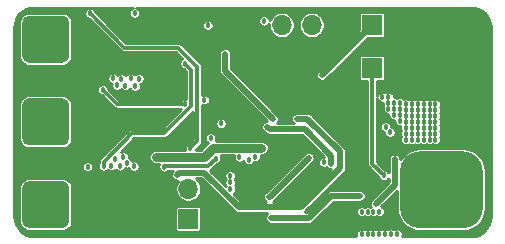
<source format=gbr>
%TF.GenerationSoftware,KiCad,Pcbnew,(5.1.6-0-10_14)*%
%TF.CreationDate,2021-03-14T15:43:45-04:00*%
%TF.ProjectId,F051_ESC,46303531-5f45-4534-932e-6b696361645f,rev?*%
%TF.SameCoordinates,Original*%
%TF.FileFunction,Copper,L2,Inr*%
%TF.FilePolarity,Positive*%
%FSLAX46Y46*%
G04 Gerber Fmt 4.6, Leading zero omitted, Abs format (unit mm)*
G04 Created by KiCad (PCBNEW (5.1.6-0-10_14)) date 2021-03-14 15:43:45*
%MOMM*%
%LPD*%
G01*
G04 APERTURE LIST*
%TA.AperFunction,ViaPad*%
%ADD10O,1.700000X1.700000*%
%TD*%
%TA.AperFunction,ViaPad*%
%ADD11R,1.700000X1.700000*%
%TD*%
%TA.AperFunction,ViaPad*%
%ADD12C,0.457200*%
%TD*%
%TA.AperFunction,Conductor*%
%ADD13C,0.500000*%
%TD*%
%TA.AperFunction,Conductor*%
%ADD14C,0.750000*%
%TD*%
%TA.AperFunction,Conductor*%
%ADD15C,0.300000*%
%TD*%
%TA.AperFunction,Conductor*%
%ADD16C,0.254000*%
%TD*%
G04 APERTURE END LIST*
D10*
%TO.N,/MCU/USART1_TX*%
%TO.C,J6*%
X234070000Y-85660000D03*
D11*
%TO.N,/MCU/USART1_RX*%
X234070000Y-88200000D03*
%TD*%
%TO.N,GND*%
%TO.C,J1*%
%TA.AperFunction,ViaPad*%
G36*
G01*
X257375000Y-77500000D02*
X253625000Y-77500000D01*
G75*
G02*
X252000000Y-75875000I0J1625000D01*
G01*
X252000000Y-72625000D01*
G75*
G02*
X253625000Y-71000000I1625000J0D01*
G01*
X257375000Y-71000000D01*
G75*
G02*
X259000000Y-72625000I0J-1625000D01*
G01*
X259000000Y-75875000D01*
G75*
G02*
X257375000Y-77500000I-1625000J0D01*
G01*
G37*
%TD.AperFunction*%
%TO.N,VCC*%
%TA.AperFunction,ViaPad*%
G36*
G01*
X257375000Y-89000000D02*
X253625000Y-89000000D01*
G75*
G02*
X252000000Y-87375000I0J1625000D01*
G01*
X252000000Y-84125000D01*
G75*
G02*
X253625000Y-82500000I1625000J0D01*
G01*
X257375000Y-82500000D01*
G75*
G02*
X259000000Y-84125000I0J-1625000D01*
G01*
X259000000Y-87375000D01*
G75*
G02*
X257375000Y-89000000I-1625000J0D01*
G01*
G37*
%TD.AperFunction*%
%TD*%
%TO.N,/MCU/NRST*%
%TO.C,J5*%
X249610000Y-75440000D03*
%TD*%
D10*
%TO.N,/MCU/SWDIO*%
%TO.C,J3*%
X241990000Y-71800000D03*
%TO.N,/MCU/SWCLK*%
X244530000Y-71800000D03*
%TO.N,GND*%
X247070000Y-71800000D03*
D11*
%TO.N,+3V3*%
X249610000Y-71800000D03*
%TD*%
%TO.N,/MCU/PhaseC*%
%TO.C,J4*%
%TA.AperFunction,ViaPad*%
G36*
G01*
X223400000Y-75000000D02*
X220600000Y-75000000D01*
G75*
G02*
X220000000Y-74400000I0J600000D01*
G01*
X220000000Y-71600000D01*
G75*
G02*
X220600000Y-71000000I600000J0D01*
G01*
X223400000Y-71000000D01*
G75*
G02*
X224000000Y-71600000I0J-600000D01*
G01*
X224000000Y-74400000D01*
G75*
G02*
X223400000Y-75000000I-600000J0D01*
G01*
G37*
%TD.AperFunction*%
%TO.N,/MCU/PhaseB*%
%TA.AperFunction,ViaPad*%
G36*
G01*
X223400000Y-82000000D02*
X220600000Y-82000000D01*
G75*
G02*
X220000000Y-81400000I0J600000D01*
G01*
X220000000Y-78600000D01*
G75*
G02*
X220600000Y-78000000I600000J0D01*
G01*
X223400000Y-78000000D01*
G75*
G02*
X224000000Y-78600000I0J-600000D01*
G01*
X224000000Y-81400000D01*
G75*
G02*
X223400000Y-82000000I-600000J0D01*
G01*
G37*
%TD.AperFunction*%
%TO.N,/MCU/PhaseA*%
%TA.AperFunction,ViaPad*%
G36*
G01*
X223400000Y-89000000D02*
X220600000Y-89000000D01*
G75*
G02*
X220000000Y-88400000I0J600000D01*
G01*
X220000000Y-85600000D01*
G75*
G02*
X220600000Y-85000000I600000J0D01*
G01*
X223400000Y-85000000D01*
G75*
G02*
X224000000Y-85600000I0J-600000D01*
G01*
X224000000Y-88400000D01*
G75*
G02*
X223400000Y-89000000I-600000J0D01*
G01*
G37*
%TD.AperFunction*%
%TD*%
D12*
%TO.N,VCC*%
X252500000Y-88000000D03*
X254750000Y-88000000D03*
X254000000Y-88000000D03*
X253250000Y-88000000D03*
X253250000Y-87250000D03*
X254750000Y-87250000D03*
X254000000Y-87250000D03*
X255500000Y-86500000D03*
X254000000Y-86500000D03*
X254750000Y-86500000D03*
X254750000Y-85750000D03*
X254000000Y-88750000D03*
X254750000Y-88750000D03*
X257000000Y-88750000D03*
X255500000Y-88750000D03*
X256250000Y-88750000D03*
X255500000Y-88000000D03*
X256250000Y-88000000D03*
X257000000Y-88000000D03*
X257750000Y-88000000D03*
X258500000Y-88000000D03*
X255500000Y-87250000D03*
X252500000Y-87250000D03*
X253250000Y-86500000D03*
X252500000Y-86500000D03*
X254000000Y-85750000D03*
X253250000Y-85750000D03*
X252500000Y-85750000D03*
X252500000Y-85000000D03*
X253250000Y-85000000D03*
X254000000Y-85000000D03*
X252500000Y-84250000D03*
X254000000Y-84250000D03*
X253250000Y-84250000D03*
X252500000Y-83500000D03*
X253250000Y-83500000D03*
X254000000Y-83500000D03*
X254000000Y-82750000D03*
X254750000Y-82750000D03*
X254750000Y-83500000D03*
X254750000Y-84250000D03*
X254750000Y-85000000D03*
X255500000Y-85000000D03*
X255500000Y-84250000D03*
X255500000Y-83500000D03*
X255500000Y-82750000D03*
X257000000Y-82750000D03*
X256250000Y-82750000D03*
X256250000Y-83500000D03*
X257000000Y-83500000D03*
X257750000Y-83500000D03*
X258500000Y-83500000D03*
X258500000Y-84250000D03*
X257750000Y-84250000D03*
X257000000Y-84250000D03*
X256250000Y-84250000D03*
X256250000Y-85000000D03*
X257000000Y-85000000D03*
X257750000Y-85000000D03*
X258500000Y-85000000D03*
X258500000Y-87250000D03*
X257750000Y-87250000D03*
X257000000Y-87250000D03*
X256250000Y-87250000D03*
X256250000Y-86500000D03*
X257000000Y-86500000D03*
X257750000Y-86500000D03*
X258500000Y-86500000D03*
X258500000Y-85750000D03*
X257750000Y-85750000D03*
X257000000Y-85750000D03*
X256250000Y-85750000D03*
%TO.N,GND*%
X258500000Y-76500000D03*
X258500000Y-75750000D03*
X258500000Y-75000000D03*
X257750000Y-75000000D03*
X257750000Y-75750000D03*
X257000000Y-75750000D03*
X257000000Y-75000000D03*
X256250000Y-75000000D03*
X256250000Y-75750000D03*
X255500000Y-75750000D03*
X255500000Y-75000000D03*
X254750000Y-75000000D03*
X254750000Y-75750000D03*
X254750000Y-76500000D03*
X255500000Y-76500000D03*
X256250000Y-76500000D03*
X257000000Y-76500000D03*
X257750000Y-76500000D03*
X257000000Y-77250000D03*
X256250000Y-77250000D03*
X255500000Y-77250000D03*
X254750000Y-77250000D03*
X254000000Y-77250000D03*
X252500000Y-76500000D03*
X253250000Y-76500000D03*
X254000000Y-76500000D03*
X254000000Y-75750000D03*
X253250000Y-75750000D03*
X252500000Y-75750000D03*
X252500000Y-75000000D03*
X253250000Y-75000000D03*
X254000000Y-75000000D03*
X252500000Y-74250000D03*
X253250000Y-74250000D03*
X254000000Y-74250000D03*
X254750000Y-74250000D03*
X253250000Y-73500000D03*
X252500000Y-73500000D03*
X254000000Y-73500000D03*
X254750000Y-73500000D03*
X254750000Y-72750000D03*
X254000000Y-72750000D03*
X253250000Y-72750000D03*
X252500000Y-72750000D03*
X252500000Y-72000000D03*
X253250000Y-72000000D03*
X254000000Y-71250000D03*
X254000000Y-72000000D03*
X254750000Y-72000000D03*
X254750000Y-71250000D03*
X255500000Y-71250000D03*
X256250000Y-71250000D03*
X257000000Y-71250000D03*
X258500000Y-72000000D03*
X257750000Y-72000000D03*
X257000000Y-72000000D03*
X256250000Y-72000000D03*
X255500000Y-72000000D03*
X255500000Y-72750000D03*
X256250000Y-72750000D03*
X257000000Y-72750000D03*
X257750000Y-72750000D03*
X258500000Y-72750000D03*
X258500000Y-73500000D03*
X257750000Y-73500000D03*
X257000000Y-73500000D03*
X256250000Y-73500000D03*
X255500000Y-73500000D03*
X258500000Y-74250000D03*
X257750000Y-74250000D03*
X257000000Y-74250000D03*
X256250000Y-74250000D03*
X227100000Y-76700000D03*
X232267641Y-79992025D03*
X232304400Y-74762338D03*
X232300000Y-76200000D03*
X231700000Y-76200000D03*
X231100000Y-76200000D03*
X231700000Y-76800000D03*
X231100000Y-76750000D03*
X230500000Y-76770000D03*
X231400000Y-77300000D03*
X230820000Y-77240000D03*
X230260000Y-77230000D03*
X226500000Y-76500000D03*
X225900000Y-76700000D03*
X225300000Y-76500000D03*
X224700000Y-76700000D03*
X224100000Y-76500000D03*
X223500000Y-76300000D03*
X222900000Y-76500000D03*
X222300000Y-76700000D03*
X221700000Y-76500000D03*
X221100000Y-76300000D03*
X220500000Y-76500000D03*
X219900000Y-76700000D03*
X232420000Y-79400000D03*
X232360000Y-81430000D03*
X232400000Y-82070000D03*
X247680000Y-80300000D03*
X248280000Y-80300000D03*
X248880000Y-80300000D03*
X247080000Y-80300000D03*
X246480000Y-80300000D03*
X247680000Y-79700000D03*
X248280000Y-79700000D03*
X247080000Y-79700000D03*
X246480000Y-79700000D03*
X246480000Y-80900000D03*
X247080000Y-80900000D03*
X247680000Y-80900000D03*
X248280000Y-80900000D03*
X248880000Y-80900000D03*
X238384390Y-79444400D03*
X245160000Y-77360000D03*
X250930000Y-87030000D03*
X245070000Y-83000000D03*
X232330616Y-72865000D03*
X236950000Y-72330008D03*
X237450000Y-72320000D03*
X237950000Y-72320000D03*
X241370000Y-76520000D03*
X240770000Y-76520000D03*
X240170000Y-76520000D03*
X241370000Y-75920000D03*
X240770000Y-75920000D03*
X240170000Y-75920000D03*
X240170000Y-77120000D03*
X240770000Y-77120000D03*
X241370000Y-77120000D03*
X239570000Y-77120000D03*
X239570000Y-76520000D03*
X239570000Y-75920000D03*
X248150000Y-87820000D03*
X245210000Y-88100000D03*
X246500000Y-89500000D03*
X247000000Y-89500000D03*
X247500000Y-89500000D03*
X248000000Y-89500000D03*
X246000000Y-89500000D03*
X245500000Y-89500000D03*
X242150000Y-79810000D03*
X248880000Y-79700000D03*
X252455610Y-82330000D03*
X239640000Y-86325610D03*
%TO.N,+3V3*%
X249940000Y-86930000D03*
X251540000Y-83180000D03*
X248590000Y-86270000D03*
X241090000Y-88140000D03*
X245380000Y-76050000D03*
%TO.N,+12V*%
X233120000Y-84496290D03*
X243280000Y-79719998D03*
X243000001Y-87251211D03*
%TO.N,/MCU/PhaseB*%
X220500000Y-78500000D03*
X221250000Y-78500000D03*
X222000000Y-78500000D03*
X222750000Y-78500000D03*
X223500000Y-78500000D03*
X223500000Y-79250000D03*
X223500000Y-80000000D03*
X223500000Y-80750000D03*
X223500000Y-81500000D03*
X222750000Y-81500000D03*
X222750000Y-80750000D03*
X222000000Y-80750000D03*
X222000000Y-81500000D03*
X220500000Y-81500000D03*
X221250000Y-81500000D03*
X221250000Y-80750000D03*
X220500000Y-80750000D03*
X220500000Y-80000000D03*
X220500000Y-79250000D03*
X221250000Y-79250000D03*
X221250000Y-80000000D03*
X222000000Y-79250000D03*
X222750000Y-79250000D03*
X222750000Y-80000000D03*
X240257390Y-82210000D03*
X235430000Y-78150000D03*
X231330000Y-82979998D03*
%TO.N,/MCU/PhaseA*%
X222750000Y-88500000D03*
X223500000Y-88500000D03*
X223500000Y-87750000D03*
X222750000Y-87750000D03*
X222000000Y-87750000D03*
X222000000Y-88500000D03*
X221250000Y-88500000D03*
X220500000Y-88500000D03*
X220500000Y-87750000D03*
X221250000Y-87750000D03*
X221250000Y-87000000D03*
X220500000Y-87000000D03*
X220500000Y-85500000D03*
X220500000Y-86250000D03*
X221250000Y-86250000D03*
X221250000Y-85500000D03*
X222000000Y-85500000D03*
X222750000Y-85500000D03*
X223500000Y-85500000D03*
X222750000Y-86250000D03*
X223500000Y-86250000D03*
X223500000Y-87000000D03*
X222750000Y-87000000D03*
X222000000Y-86250000D03*
X225550000Y-83814398D03*
X241250000Y-79750000D03*
X237200000Y-74220000D03*
%TO.N,/MCU/PhaseC*%
X220500000Y-71500000D03*
X221250000Y-71500000D03*
X222000000Y-71500000D03*
X222750000Y-71500000D03*
X223500000Y-71500000D03*
X223500000Y-72250000D03*
X222750000Y-72250000D03*
X222000000Y-72250000D03*
X220500000Y-72250000D03*
X221250000Y-72250000D03*
X221250000Y-73000000D03*
X220500000Y-73000000D03*
X220500000Y-73750000D03*
X220500000Y-74500000D03*
X221250000Y-74500000D03*
X221250000Y-73750000D03*
X222000000Y-73750000D03*
X222000000Y-74500000D03*
X223500000Y-74500000D03*
X222750000Y-74500000D03*
X222750000Y-73750000D03*
X223500000Y-73750000D03*
X223500000Y-73000000D03*
X222750000Y-73000000D03*
X236840000Y-80140000D03*
X229520000Y-70794386D03*
X245554390Y-83429999D03*
%TO.N,Net-(Q1-Pad4)*%
X226908232Y-83748230D03*
X233795610Y-75076770D03*
%TO.N,Net-(Q2-Pad4)*%
X232029528Y-83818593D03*
X236402094Y-83108556D03*
%TO.N,Net-(Q3-Pad4)*%
X226840000Y-77294398D03*
X233760284Y-78524674D03*
%TO.N,Net-(Q4-Pad4)*%
X238408835Y-83012373D03*
%TO.N,Net-(Q5-Pad4)*%
X234252521Y-82242521D03*
X225750000Y-70814388D03*
%TO.N,Net-(Q6-Pad4)*%
X239204390Y-83199996D03*
%TO.N,/MCU/SenseCOM*%
X240760000Y-80410000D03*
X246170000Y-83530000D03*
%TO.N,/MCU/NRST*%
X250630000Y-84540000D03*
%TO.N,Net-(R24-Pad1)*%
X244258707Y-83036335D03*
X240919999Y-86325610D03*
%TO.N,/MCU/PWM*%
X235730000Y-71820000D03*
X239750000Y-82940610D03*
%TO.N,VCC_Shunt*%
X248750000Y-89500000D03*
X249250000Y-89500000D03*
X249750000Y-89500000D03*
X250250000Y-89500000D03*
X253500000Y-79000000D03*
X253000000Y-79000000D03*
X253500000Y-81500000D03*
X253000000Y-81500000D03*
X253000000Y-81000000D03*
X253500000Y-81000000D03*
X253500000Y-80500000D03*
X253000000Y-80500000D03*
X253000000Y-80000000D03*
X253500000Y-80000000D03*
X253500000Y-79500000D03*
X253000000Y-79500000D03*
X240480000Y-71460000D03*
X227560000Y-83730000D03*
X227910000Y-83180000D03*
X228570000Y-82950000D03*
X228300000Y-83740000D03*
X228880000Y-83480000D03*
X229470000Y-83750000D03*
X227710000Y-76310000D03*
X228040000Y-76900000D03*
X228410000Y-76340000D03*
X228750000Y-76940000D03*
X229200000Y-76290000D03*
X229570000Y-76980000D03*
X229900000Y-76350000D03*
X252500000Y-81500000D03*
X252500000Y-81000000D03*
X252500000Y-80500000D03*
X252500000Y-80000000D03*
X252500000Y-79500000D03*
X252500000Y-79000000D03*
X252000000Y-78400000D03*
X252000000Y-78900000D03*
X252000000Y-79400000D03*
X252000000Y-79900000D03*
X251500000Y-78400000D03*
X251000000Y-78400000D03*
X251000000Y-77900000D03*
X250500000Y-77900000D03*
X251000000Y-78900000D03*
X251500000Y-78900000D03*
X251500000Y-79400000D03*
X254000000Y-79000000D03*
X254500000Y-79000000D03*
X255000000Y-79000000D03*
X255000000Y-79500000D03*
X254500000Y-79500000D03*
X254000000Y-79500000D03*
X254000000Y-80000000D03*
X254500000Y-80000000D03*
X255000000Y-80000000D03*
X255000000Y-80500000D03*
X254500000Y-80500000D03*
X254000000Y-80500000D03*
X254000000Y-81000000D03*
X254500000Y-81000000D03*
X255000000Y-81000000D03*
X255000000Y-81500000D03*
X254500000Y-81500000D03*
X254000000Y-81500000D03*
X237620000Y-84560000D03*
X237620000Y-85120000D03*
X248750000Y-87600000D03*
X249250000Y-87600000D03*
X249750000Y-87600000D03*
X250250000Y-87600000D03*
X250750000Y-89500000D03*
X251250000Y-89500000D03*
X251750000Y-89500000D03*
X237647528Y-85691066D03*
X253500000Y-78500000D03*
X253000000Y-78500000D03*
X252500000Y-78500000D03*
X254000000Y-78500000D03*
X254500000Y-78500000D03*
X255000000Y-78500000D03*
%TO.N,/Curent Sense/CURR*%
X235978586Y-81361388D03*
%TO.N,/MCU/USART1_TX*%
X250776168Y-80428415D03*
%TO.N,/MCU/USART1_RX*%
X251144390Y-80881975D03*
%TD*%
D13*
%TO.N,GND*%
X245070000Y-82880000D02*
X245070000Y-83000000D01*
X243470000Y-81280000D02*
X245070000Y-82880000D01*
X240219990Y-81280000D02*
X243470000Y-81280000D01*
X238384390Y-79444400D02*
X240219990Y-81280000D01*
%TO.N,+3V3*%
X249940000Y-86930000D02*
X251540000Y-85330000D01*
X251540000Y-85330000D02*
X251540000Y-83180000D01*
X246163710Y-86270000D02*
X248590000Y-86270000D01*
X241090000Y-88140000D02*
X244293710Y-88140000D01*
X244293710Y-88140000D02*
X246163710Y-86270000D01*
X249620000Y-71830000D02*
X245400000Y-76050000D01*
X245400000Y-76050000D02*
X245380000Y-76050000D01*
%TO.N,+12V*%
X244149998Y-79719998D02*
X246930000Y-82500000D01*
X243280000Y-79719998D02*
X244149998Y-79719998D01*
X246930000Y-82500000D02*
X246930000Y-83930000D01*
X246930000Y-83930000D02*
X243608789Y-87251211D01*
X233120000Y-84496290D02*
X233326290Y-84290000D01*
X243608789Y-87251211D02*
X243000001Y-87251211D01*
X233326290Y-84290000D02*
X235390000Y-84290000D01*
X235390000Y-84290000D02*
X238351211Y-87251211D01*
X238351211Y-87251211D02*
X243000001Y-87251211D01*
D14*
%TO.N,/MCU/PhaseB*%
X235378710Y-82979998D02*
X231330000Y-82979998D01*
X236148708Y-82210000D02*
X235378710Y-82979998D01*
X240257390Y-82210000D02*
X236148708Y-82210000D01*
D13*
%TO.N,/MCU/PhaseA*%
X237200000Y-75700000D02*
X237200000Y-74220000D01*
X241250000Y-79750000D02*
X237200000Y-75700000D01*
D15*
%TO.N,Net-(Q1-Pad4)*%
X234301212Y-78698788D02*
X234301212Y-75582372D01*
X234301212Y-75582372D02*
X233795610Y-75076770D01*
X226908232Y-83381768D02*
X229320000Y-80970000D01*
X232030000Y-80970000D02*
X234301212Y-78698788D01*
X229320000Y-80970000D02*
X232030000Y-80970000D01*
X226908232Y-83748230D02*
X226908232Y-83381768D01*
%TO.N,Net-(Q2-Pad4)*%
X232029528Y-83818593D02*
X232085131Y-83762990D01*
X232085131Y-83762990D02*
X235747660Y-83762990D01*
X235747660Y-83762990D02*
X236402094Y-83108556D01*
%TO.N,Net-(Q3-Pad4)*%
X226840000Y-77294398D02*
X228070276Y-78524674D01*
X228070276Y-78524674D02*
X233760284Y-78524674D01*
%TO.N,Net-(Q5-Pad4)*%
X233216513Y-73706513D02*
X228642125Y-73706513D01*
X234850000Y-75340000D02*
X233216513Y-73706513D01*
X228642125Y-73706513D02*
X225750000Y-70814388D01*
X234850000Y-81645042D02*
X234850000Y-75340000D01*
X234252521Y-82242521D02*
X234850000Y-81645042D01*
D13*
%TO.N,/MCU/SenseCOM*%
X240988599Y-80638599D02*
X243948599Y-80638599D01*
X246170000Y-82860000D02*
X246170000Y-83530000D01*
X240760000Y-80410000D02*
X240988599Y-80638599D01*
X243948599Y-80638599D02*
X246170000Y-82860000D01*
D15*
%TO.N,/MCU/NRST*%
X249620000Y-83530000D02*
X250630000Y-84540000D01*
X249620000Y-75470000D02*
X249620000Y-83530000D01*
D13*
%TO.N,Net-(R24-Pad1)*%
X244258707Y-83036335D02*
X240969432Y-86325610D01*
X240969432Y-86325610D02*
X240919999Y-86325610D01*
%TD*%
D16*
%TO.N,GND*%
G36*
X229379231Y-70330332D02*
G01*
X229291403Y-70366712D01*
X229212360Y-70419526D01*
X229145140Y-70486746D01*
X229092326Y-70565789D01*
X229055946Y-70653617D01*
X229037400Y-70746854D01*
X229037400Y-70841918D01*
X229055946Y-70935155D01*
X229092326Y-71022983D01*
X229145140Y-71102026D01*
X229212360Y-71169246D01*
X229291403Y-71222060D01*
X229379231Y-71258440D01*
X229472468Y-71276986D01*
X229567532Y-71276986D01*
X229660769Y-71258440D01*
X229748597Y-71222060D01*
X229827640Y-71169246D01*
X229894860Y-71102026D01*
X229947674Y-71022983D01*
X229984054Y-70935155D01*
X230002600Y-70841918D01*
X230002600Y-70746854D01*
X229984054Y-70653617D01*
X229947674Y-70565789D01*
X229894860Y-70486746D01*
X229827640Y-70419526D01*
X229748597Y-70366712D01*
X229660769Y-70330332D01*
X229654073Y-70329000D01*
X257983907Y-70329000D01*
X258324262Y-70362372D01*
X258636165Y-70456542D01*
X258923841Y-70609501D01*
X259176329Y-70815425D01*
X259384014Y-71066472D01*
X259538977Y-71353069D01*
X259635324Y-71664317D01*
X259671000Y-72003748D01*
X259671001Y-87983897D01*
X259637628Y-88324262D01*
X259543459Y-88636165D01*
X259390496Y-88923844D01*
X259184570Y-89176334D01*
X258933529Y-89384013D01*
X258646927Y-89538978D01*
X258335683Y-89635324D01*
X257996252Y-89671000D01*
X252201532Y-89671000D01*
X252214054Y-89640769D01*
X252232600Y-89547532D01*
X252232600Y-89452468D01*
X252214054Y-89359231D01*
X252177674Y-89271403D01*
X252124860Y-89192360D01*
X252057640Y-89125140D01*
X251978597Y-89072326D01*
X251890769Y-89035946D01*
X251797532Y-89017400D01*
X251702468Y-89017400D01*
X251609231Y-89035946D01*
X251521403Y-89072326D01*
X251500000Y-89086627D01*
X251478597Y-89072326D01*
X251390769Y-89035946D01*
X251297532Y-89017400D01*
X251202468Y-89017400D01*
X251109231Y-89035946D01*
X251021403Y-89072326D01*
X251000000Y-89086627D01*
X250978597Y-89072326D01*
X250890769Y-89035946D01*
X250797532Y-89017400D01*
X250702468Y-89017400D01*
X250609231Y-89035946D01*
X250521403Y-89072326D01*
X250500000Y-89086627D01*
X250478597Y-89072326D01*
X250390769Y-89035946D01*
X250297532Y-89017400D01*
X250202468Y-89017400D01*
X250109231Y-89035946D01*
X250021403Y-89072326D01*
X250000000Y-89086627D01*
X249978597Y-89072326D01*
X249890769Y-89035946D01*
X249797532Y-89017400D01*
X249702468Y-89017400D01*
X249609231Y-89035946D01*
X249521403Y-89072326D01*
X249500000Y-89086627D01*
X249478597Y-89072326D01*
X249390769Y-89035946D01*
X249297532Y-89017400D01*
X249202468Y-89017400D01*
X249109231Y-89035946D01*
X249021403Y-89072326D01*
X249000000Y-89086627D01*
X248978597Y-89072326D01*
X248890769Y-89035946D01*
X248797532Y-89017400D01*
X248702468Y-89017400D01*
X248609231Y-89035946D01*
X248521403Y-89072326D01*
X248442360Y-89125140D01*
X248375140Y-89192360D01*
X248322326Y-89271403D01*
X248285946Y-89359231D01*
X248267400Y-89452468D01*
X248267400Y-89547532D01*
X248285946Y-89640769D01*
X248298468Y-89671000D01*
X221016093Y-89671000D01*
X220675738Y-89637628D01*
X220363835Y-89543459D01*
X220076156Y-89390496D01*
X219823666Y-89184570D01*
X219615987Y-88933529D01*
X219461022Y-88646927D01*
X219364676Y-88335683D01*
X219329000Y-87996252D01*
X219329000Y-85600000D01*
X219744772Y-85600000D01*
X219744772Y-88400000D01*
X219761205Y-88566847D01*
X219809872Y-88727282D01*
X219888904Y-88875139D01*
X219995262Y-89004738D01*
X220124861Y-89111096D01*
X220272718Y-89190128D01*
X220433153Y-89238795D01*
X220600000Y-89255228D01*
X223400000Y-89255228D01*
X223566847Y-89238795D01*
X223727282Y-89190128D01*
X223875139Y-89111096D01*
X224004738Y-89004738D01*
X224111096Y-88875139D01*
X224190128Y-88727282D01*
X224238795Y-88566847D01*
X224255228Y-88400000D01*
X224255228Y-87350000D01*
X232964772Y-87350000D01*
X232964772Y-89050000D01*
X232969676Y-89099793D01*
X232984200Y-89147672D01*
X233007786Y-89191797D01*
X233039527Y-89230473D01*
X233078203Y-89262214D01*
X233122328Y-89285800D01*
X233170207Y-89300324D01*
X233220000Y-89305228D01*
X234920000Y-89305228D01*
X234969793Y-89300324D01*
X235017672Y-89285800D01*
X235061797Y-89262214D01*
X235100473Y-89230473D01*
X235132214Y-89191797D01*
X235155800Y-89147672D01*
X235170324Y-89099793D01*
X235175228Y-89050000D01*
X235175228Y-87350000D01*
X235170324Y-87300207D01*
X235155800Y-87252328D01*
X235132214Y-87208203D01*
X235100473Y-87169527D01*
X235061797Y-87137786D01*
X235017672Y-87114200D01*
X234969793Y-87099676D01*
X234920000Y-87094772D01*
X233220000Y-87094772D01*
X233170207Y-87099676D01*
X233122328Y-87114200D01*
X233078203Y-87137786D01*
X233039527Y-87169527D01*
X233007786Y-87208203D01*
X232984200Y-87252328D01*
X232969676Y-87300207D01*
X232964772Y-87350000D01*
X224255228Y-87350000D01*
X224255228Y-85600000D01*
X224238795Y-85433153D01*
X224190128Y-85272718D01*
X224111096Y-85124861D01*
X224004738Y-84995262D01*
X223875139Y-84888904D01*
X223727282Y-84809872D01*
X223566847Y-84761205D01*
X223400000Y-84744772D01*
X220600000Y-84744772D01*
X220433153Y-84761205D01*
X220272718Y-84809872D01*
X220124861Y-84888904D01*
X219995262Y-84995262D01*
X219888904Y-85124861D01*
X219809872Y-85272718D01*
X219761205Y-85433153D01*
X219744772Y-85600000D01*
X219329000Y-85600000D01*
X219329000Y-83766866D01*
X225067400Y-83766866D01*
X225067400Y-83861930D01*
X225085946Y-83955167D01*
X225122326Y-84042995D01*
X225175140Y-84122038D01*
X225242360Y-84189258D01*
X225321403Y-84242072D01*
X225409231Y-84278452D01*
X225502468Y-84296998D01*
X225597532Y-84296998D01*
X225690769Y-84278452D01*
X225778597Y-84242072D01*
X225857640Y-84189258D01*
X225924860Y-84122038D01*
X225977674Y-84042995D01*
X226014054Y-83955167D01*
X226032600Y-83861930D01*
X226032600Y-83766866D01*
X226014054Y-83673629D01*
X225977674Y-83585801D01*
X225924860Y-83506758D01*
X225857640Y-83439538D01*
X225778597Y-83386724D01*
X225690769Y-83350344D01*
X225597532Y-83331798D01*
X225502468Y-83331798D01*
X225409231Y-83350344D01*
X225321403Y-83386724D01*
X225242360Y-83439538D01*
X225175140Y-83506758D01*
X225122326Y-83585801D01*
X225085946Y-83673629D01*
X225067400Y-83766866D01*
X219329000Y-83766866D01*
X219329000Y-78600000D01*
X219744772Y-78600000D01*
X219744772Y-81400000D01*
X219761205Y-81566847D01*
X219809872Y-81727282D01*
X219888904Y-81875139D01*
X219995262Y-82004738D01*
X220124861Y-82111096D01*
X220272718Y-82190128D01*
X220433153Y-82238795D01*
X220600000Y-82255228D01*
X223400000Y-82255228D01*
X223566847Y-82238795D01*
X223727282Y-82190128D01*
X223875139Y-82111096D01*
X224004738Y-82004738D01*
X224111096Y-81875139D01*
X224190128Y-81727282D01*
X224238795Y-81566847D01*
X224255228Y-81400000D01*
X224255228Y-78600000D01*
X224238795Y-78433153D01*
X224190128Y-78272718D01*
X224111096Y-78124861D01*
X224004738Y-77995262D01*
X223875139Y-77888904D01*
X223727282Y-77809872D01*
X223566847Y-77761205D01*
X223400000Y-77744772D01*
X220600000Y-77744772D01*
X220433153Y-77761205D01*
X220272718Y-77809872D01*
X220124861Y-77888904D01*
X219995262Y-77995262D01*
X219888904Y-78124861D01*
X219809872Y-78272718D01*
X219761205Y-78433153D01*
X219744772Y-78600000D01*
X219329000Y-78600000D01*
X219329000Y-76262468D01*
X227227400Y-76262468D01*
X227227400Y-76357532D01*
X227245946Y-76450769D01*
X227282326Y-76538597D01*
X227335140Y-76617640D01*
X227402360Y-76684860D01*
X227481403Y-76737674D01*
X227569231Y-76774054D01*
X227572854Y-76774775D01*
X227557400Y-76852468D01*
X227557400Y-76947532D01*
X227575946Y-77040769D01*
X227612326Y-77128597D01*
X227665140Y-77207640D01*
X227732360Y-77274860D01*
X227811403Y-77327674D01*
X227899231Y-77364054D01*
X227992468Y-77382600D01*
X228087532Y-77382600D01*
X228180769Y-77364054D01*
X228268597Y-77327674D01*
X228347640Y-77274860D01*
X228375028Y-77247472D01*
X228375140Y-77247640D01*
X228442360Y-77314860D01*
X228521403Y-77367674D01*
X228609231Y-77404054D01*
X228702468Y-77422600D01*
X228797532Y-77422600D01*
X228890769Y-77404054D01*
X228978597Y-77367674D01*
X229057640Y-77314860D01*
X229124860Y-77247640D01*
X229146637Y-77215048D01*
X229195140Y-77287640D01*
X229262360Y-77354860D01*
X229341403Y-77407674D01*
X229429231Y-77444054D01*
X229522468Y-77462600D01*
X229617532Y-77462600D01*
X229710769Y-77444054D01*
X229798597Y-77407674D01*
X229877640Y-77354860D01*
X229944860Y-77287640D01*
X229997674Y-77208597D01*
X230034054Y-77120769D01*
X230052600Y-77027532D01*
X230052600Y-76932468D01*
X230034054Y-76839231D01*
X230024930Y-76817205D01*
X230040769Y-76814054D01*
X230128597Y-76777674D01*
X230207640Y-76724860D01*
X230274860Y-76657640D01*
X230327674Y-76578597D01*
X230364054Y-76490769D01*
X230382600Y-76397532D01*
X230382600Y-76302468D01*
X230364054Y-76209231D01*
X230327674Y-76121403D01*
X230274860Y-76042360D01*
X230207640Y-75975140D01*
X230128597Y-75922326D01*
X230040769Y-75885946D01*
X229947532Y-75867400D01*
X229852468Y-75867400D01*
X229759231Y-75885946D01*
X229671403Y-75922326D01*
X229592360Y-75975140D01*
X229578978Y-75988522D01*
X229574860Y-75982360D01*
X229507640Y-75915140D01*
X229428597Y-75862326D01*
X229340769Y-75825946D01*
X229247532Y-75807400D01*
X229152468Y-75807400D01*
X229059231Y-75825946D01*
X228971403Y-75862326D01*
X228892360Y-75915140D01*
X228825140Y-75982360D01*
X228788296Y-76037502D01*
X228784860Y-76032360D01*
X228717640Y-75965140D01*
X228638597Y-75912326D01*
X228550769Y-75875946D01*
X228457532Y-75857400D01*
X228362468Y-75857400D01*
X228269231Y-75875946D01*
X228181403Y-75912326D01*
X228102360Y-75965140D01*
X228075000Y-75992500D01*
X228017640Y-75935140D01*
X227938597Y-75882326D01*
X227850769Y-75845946D01*
X227757532Y-75827400D01*
X227662468Y-75827400D01*
X227569231Y-75845946D01*
X227481403Y-75882326D01*
X227402360Y-75935140D01*
X227335140Y-76002360D01*
X227282326Y-76081403D01*
X227245946Y-76169231D01*
X227227400Y-76262468D01*
X219329000Y-76262468D01*
X219329000Y-72016093D01*
X219362372Y-71675738D01*
X219385238Y-71600000D01*
X219744772Y-71600000D01*
X219744772Y-74400000D01*
X219761205Y-74566847D01*
X219809872Y-74727282D01*
X219888904Y-74875139D01*
X219995262Y-75004738D01*
X220124861Y-75111096D01*
X220272718Y-75190128D01*
X220433153Y-75238795D01*
X220600000Y-75255228D01*
X223400000Y-75255228D01*
X223566847Y-75238795D01*
X223727282Y-75190128D01*
X223875139Y-75111096D01*
X224004738Y-75004738D01*
X224111096Y-74875139D01*
X224190128Y-74727282D01*
X224238795Y-74566847D01*
X224255228Y-74400000D01*
X224255228Y-71600000D01*
X224238795Y-71433153D01*
X224190128Y-71272718D01*
X224111096Y-71124861D01*
X224004738Y-70995262D01*
X223875139Y-70888904D01*
X223727282Y-70809872D01*
X223585477Y-70766856D01*
X225267400Y-70766856D01*
X225267400Y-70861920D01*
X225285946Y-70955157D01*
X225322326Y-71042985D01*
X225375140Y-71122028D01*
X225442360Y-71189248D01*
X225521403Y-71242062D01*
X225609231Y-71278442D01*
X225651025Y-71286755D01*
X228342423Y-73978153D01*
X228355072Y-73993566D01*
X228384114Y-74017400D01*
X228416588Y-74044051D01*
X228454103Y-74064103D01*
X228486773Y-74081566D01*
X228562927Y-74104667D01*
X228622285Y-74110513D01*
X228622294Y-74110513D01*
X228642124Y-74112466D01*
X228661954Y-74110513D01*
X233049171Y-74110513D01*
X233581679Y-74643021D01*
X233567013Y-74649096D01*
X233487970Y-74701910D01*
X233420750Y-74769130D01*
X233367936Y-74848173D01*
X233331556Y-74936001D01*
X233313010Y-75029238D01*
X233313010Y-75124302D01*
X233331556Y-75217539D01*
X233367936Y-75305367D01*
X233420750Y-75384410D01*
X233487970Y-75451630D01*
X233567013Y-75504444D01*
X233654841Y-75540824D01*
X233696635Y-75549137D01*
X233897213Y-75749715D01*
X233897212Y-78059856D01*
X233807816Y-78042074D01*
X233712752Y-78042074D01*
X233619515Y-78060620D01*
X233531687Y-78097000D01*
X233496256Y-78120674D01*
X228237619Y-78120674D01*
X227312367Y-77195423D01*
X227304054Y-77153629D01*
X227267674Y-77065801D01*
X227214860Y-76986758D01*
X227147640Y-76919538D01*
X227068597Y-76866724D01*
X226980769Y-76830344D01*
X226887532Y-76811798D01*
X226792468Y-76811798D01*
X226699231Y-76830344D01*
X226611403Y-76866724D01*
X226532360Y-76919538D01*
X226465140Y-76986758D01*
X226412326Y-77065801D01*
X226375946Y-77153629D01*
X226357400Y-77246866D01*
X226357400Y-77341930D01*
X226375946Y-77435167D01*
X226412326Y-77522995D01*
X226465140Y-77602038D01*
X226532360Y-77669258D01*
X226611403Y-77722072D01*
X226699231Y-77758452D01*
X226741025Y-77766765D01*
X227770579Y-78796320D01*
X227783223Y-78811727D01*
X227798630Y-78824371D01*
X227798633Y-78824374D01*
X227832867Y-78852468D01*
X227844740Y-78862212D01*
X227914924Y-78899727D01*
X227991078Y-78922828D01*
X228050436Y-78928674D01*
X228050438Y-78928674D01*
X228070275Y-78930628D01*
X228090113Y-78928674D01*
X233496256Y-78928674D01*
X233498490Y-78930167D01*
X231862658Y-80566000D01*
X229339837Y-80566000D01*
X229319999Y-80564046D01*
X229300162Y-80566000D01*
X229300160Y-80566000D01*
X229240802Y-80571846D01*
X229164648Y-80594947D01*
X229112914Y-80622600D01*
X229094464Y-80632462D01*
X229048357Y-80670300D01*
X229048354Y-80670303D01*
X229032947Y-80682947D01*
X229020303Y-80698354D01*
X226636587Y-83082071D01*
X226621180Y-83094715D01*
X226608536Y-83110122D01*
X226608532Y-83110126D01*
X226570694Y-83156233D01*
X226542706Y-83208595D01*
X226533180Y-83226416D01*
X226510078Y-83302570D01*
X226504498Y-83359231D01*
X226502278Y-83381768D01*
X226504232Y-83401605D01*
X226504232Y-83484202D01*
X226480558Y-83519633D01*
X226444178Y-83607461D01*
X226425632Y-83700698D01*
X226425632Y-83795762D01*
X226444178Y-83888999D01*
X226480558Y-83976827D01*
X226533372Y-84055870D01*
X226600592Y-84123090D01*
X226679635Y-84175904D01*
X226767463Y-84212284D01*
X226860700Y-84230830D01*
X226955764Y-84230830D01*
X227049001Y-84212284D01*
X227136829Y-84175904D01*
X227215872Y-84123090D01*
X227243231Y-84095731D01*
X227252360Y-84104860D01*
X227331403Y-84157674D01*
X227419231Y-84194054D01*
X227512468Y-84212600D01*
X227607532Y-84212600D01*
X227700769Y-84194054D01*
X227788597Y-84157674D01*
X227867640Y-84104860D01*
X227925028Y-84047472D01*
X227925140Y-84047640D01*
X227992360Y-84114860D01*
X228071403Y-84167674D01*
X228159231Y-84204054D01*
X228252468Y-84222600D01*
X228347532Y-84222600D01*
X228440769Y-84204054D01*
X228528597Y-84167674D01*
X228607640Y-84114860D01*
X228674860Y-84047640D01*
X228727674Y-83968597D01*
X228738044Y-83943562D01*
X228739231Y-83944054D01*
X228832468Y-83962600D01*
X228927532Y-83962600D01*
X229020769Y-83944054D01*
X229026956Y-83941491D01*
X229042326Y-83978597D01*
X229095140Y-84057640D01*
X229162360Y-84124860D01*
X229241403Y-84177674D01*
X229329231Y-84214054D01*
X229422468Y-84232600D01*
X229517532Y-84232600D01*
X229610769Y-84214054D01*
X229698597Y-84177674D01*
X229777640Y-84124860D01*
X229844860Y-84057640D01*
X229897674Y-83978597D01*
X229934054Y-83890769D01*
X229952600Y-83797532D01*
X229952600Y-83702468D01*
X229934054Y-83609231D01*
X229897674Y-83521403D01*
X229844860Y-83442360D01*
X229777640Y-83375140D01*
X229698597Y-83322326D01*
X229610769Y-83285946D01*
X229517532Y-83267400D01*
X229422468Y-83267400D01*
X229329231Y-83285946D01*
X229323044Y-83288509D01*
X229307674Y-83251403D01*
X229254860Y-83172360D01*
X229187640Y-83105140D01*
X229108597Y-83052326D01*
X229046793Y-83026726D01*
X229052600Y-82997532D01*
X229052600Y-82902468D01*
X229034054Y-82809231D01*
X228997674Y-82721403D01*
X228944860Y-82642360D01*
X228877640Y-82575140D01*
X228798597Y-82522326D01*
X228710769Y-82485946D01*
X228617532Y-82467400D01*
X228522468Y-82467400D01*
X228429231Y-82485946D01*
X228341403Y-82522326D01*
X228334211Y-82527131D01*
X229487343Y-81374000D01*
X232010163Y-81374000D01*
X232030000Y-81375954D01*
X232049837Y-81374000D01*
X232049840Y-81374000D01*
X232109198Y-81368154D01*
X232185352Y-81345053D01*
X232255536Y-81307538D01*
X232317053Y-81257053D01*
X232329702Y-81241640D01*
X234446000Y-79125343D01*
X234446000Y-81477699D01*
X234153546Y-81770154D01*
X234111752Y-81778467D01*
X234023924Y-81814847D01*
X233944881Y-81867661D01*
X233877661Y-81934881D01*
X233824847Y-82013924D01*
X233788467Y-82101752D01*
X233769921Y-82194989D01*
X233769921Y-82290053D01*
X233782044Y-82350998D01*
X231299105Y-82350998D01*
X231206695Y-82360100D01*
X231088128Y-82396066D01*
X230978856Y-82454473D01*
X230883078Y-82533076D01*
X230804475Y-82628854D01*
X230746068Y-82738126D01*
X230710102Y-82856693D01*
X230697957Y-82979998D01*
X230710102Y-83103303D01*
X230746068Y-83221870D01*
X230804475Y-83331142D01*
X230883078Y-83426920D01*
X230978856Y-83505523D01*
X231088128Y-83563930D01*
X231206695Y-83599896D01*
X231299105Y-83608998D01*
X231593983Y-83608998D01*
X231565474Y-83677824D01*
X231546928Y-83771061D01*
X231546928Y-83866125D01*
X231565474Y-83959362D01*
X231601854Y-84047190D01*
X231654668Y-84126233D01*
X231721888Y-84193453D01*
X231800931Y-84246267D01*
X231888759Y-84282647D01*
X231981996Y-84301193D01*
X232077060Y-84301193D01*
X232170297Y-84282647D01*
X232258125Y-84246267D01*
X232337168Y-84193453D01*
X232363631Y-84166990D01*
X232738255Y-84166990D01*
X232698913Y-84214928D01*
X232652113Y-84302485D01*
X232623293Y-84397489D01*
X232613562Y-84496290D01*
X232623293Y-84595091D01*
X232652113Y-84690095D01*
X232698913Y-84777652D01*
X232761895Y-84854395D01*
X232838638Y-84917377D01*
X232926195Y-84964177D01*
X233021199Y-84992997D01*
X233120000Y-85002728D01*
X233185731Y-84996254D01*
X233091648Y-85137060D01*
X233008426Y-85337975D01*
X232966000Y-85551265D01*
X232966000Y-85768735D01*
X233008426Y-85982025D01*
X233091648Y-86182940D01*
X233212467Y-86363759D01*
X233366241Y-86517533D01*
X233547060Y-86638352D01*
X233747975Y-86721574D01*
X233961265Y-86764000D01*
X234178735Y-86764000D01*
X234392025Y-86721574D01*
X234592940Y-86638352D01*
X234773759Y-86517533D01*
X234927533Y-86363759D01*
X235048352Y-86182940D01*
X235131574Y-85982025D01*
X235174000Y-85768735D01*
X235174000Y-85551265D01*
X235131574Y-85337975D01*
X235048352Y-85137060D01*
X234927533Y-84956241D01*
X234773759Y-84802467D01*
X234761087Y-84794000D01*
X235181237Y-84794000D01*
X237977321Y-87590084D01*
X237993105Y-87609317D01*
X238069849Y-87672299D01*
X238157406Y-87719099D01*
X238223590Y-87739176D01*
X238252409Y-87747918D01*
X238351211Y-87757649D01*
X238375965Y-87755211D01*
X240764407Y-87755211D01*
X240731894Y-87781894D01*
X240668912Y-87858638D01*
X240622112Y-87946195D01*
X240593293Y-88041199D01*
X240583562Y-88140000D01*
X240593293Y-88238801D01*
X240622112Y-88333805D01*
X240668912Y-88421362D01*
X240731894Y-88498106D01*
X240808638Y-88561088D01*
X240896195Y-88607888D01*
X240991199Y-88636707D01*
X241065246Y-88644000D01*
X244268956Y-88644000D01*
X244293710Y-88646438D01*
X244392511Y-88636707D01*
X244487515Y-88607888D01*
X244575072Y-88561088D01*
X244651816Y-88498106D01*
X244667600Y-88478873D01*
X245594005Y-87552468D01*
X248267400Y-87552468D01*
X248267400Y-87647532D01*
X248285946Y-87740769D01*
X248322326Y-87828597D01*
X248375140Y-87907640D01*
X248442360Y-87974860D01*
X248521403Y-88027674D01*
X248609231Y-88064054D01*
X248702468Y-88082600D01*
X248797532Y-88082600D01*
X248890769Y-88064054D01*
X248978597Y-88027674D01*
X249000000Y-88013373D01*
X249021403Y-88027674D01*
X249109231Y-88064054D01*
X249202468Y-88082600D01*
X249297532Y-88082600D01*
X249390769Y-88064054D01*
X249478597Y-88027674D01*
X249500000Y-88013373D01*
X249521403Y-88027674D01*
X249609231Y-88064054D01*
X249702468Y-88082600D01*
X249797532Y-88082600D01*
X249890769Y-88064054D01*
X249978597Y-88027674D01*
X250000000Y-88013373D01*
X250021403Y-88027674D01*
X250109231Y-88064054D01*
X250202468Y-88082600D01*
X250297532Y-88082600D01*
X250390769Y-88064054D01*
X250478597Y-88027674D01*
X250557640Y-87974860D01*
X250624860Y-87907640D01*
X250677674Y-87828597D01*
X250714054Y-87740769D01*
X250732600Y-87647532D01*
X250732600Y-87552468D01*
X250714054Y-87459231D01*
X250677674Y-87371403D01*
X250624860Y-87292360D01*
X250557640Y-87225140D01*
X250478597Y-87172326D01*
X250430401Y-87152362D01*
X251744772Y-85837991D01*
X251744772Y-87375000D01*
X251780900Y-87741814D01*
X251887896Y-88094532D01*
X252061648Y-88419599D01*
X252295478Y-88704522D01*
X252580401Y-88938352D01*
X252905468Y-89112104D01*
X253258186Y-89219100D01*
X253625000Y-89255228D01*
X257375000Y-89255228D01*
X257741814Y-89219100D01*
X258094532Y-89112104D01*
X258419599Y-88938352D01*
X258704522Y-88704522D01*
X258938352Y-88419599D01*
X259112104Y-88094532D01*
X259219100Y-87741814D01*
X259255228Y-87375000D01*
X259255228Y-84125000D01*
X259219100Y-83758186D01*
X259112104Y-83405468D01*
X258938352Y-83080401D01*
X258704522Y-82795478D01*
X258419599Y-82561648D01*
X258094532Y-82387896D01*
X257741814Y-82280900D01*
X257375000Y-82244772D01*
X253625000Y-82244772D01*
X253258186Y-82280900D01*
X252905468Y-82387896D01*
X252580401Y-82561648D01*
X252295478Y-82795478D01*
X252061648Y-83080401D01*
X252040521Y-83119926D01*
X252036707Y-83081199D01*
X252007888Y-82986195D01*
X251961088Y-82898638D01*
X251898106Y-82821894D01*
X251821362Y-82758912D01*
X251733805Y-82712112D01*
X251638801Y-82683293D01*
X251540000Y-82673562D01*
X251441200Y-82683293D01*
X251346196Y-82712112D01*
X251258639Y-82758912D01*
X251181895Y-82821894D01*
X251118913Y-82898638D01*
X251072113Y-82986195D01*
X251043294Y-83081199D01*
X251036001Y-83155246D01*
X251036000Y-84278966D01*
X251004860Y-84232360D01*
X250937640Y-84165140D01*
X250858597Y-84112326D01*
X250770769Y-84075946D01*
X250728975Y-84067633D01*
X250024000Y-83362658D01*
X250024000Y-80380883D01*
X250293568Y-80380883D01*
X250293568Y-80475947D01*
X250312114Y-80569184D01*
X250348494Y-80657012D01*
X250401308Y-80736055D01*
X250468528Y-80803275D01*
X250547571Y-80856089D01*
X250635399Y-80892469D01*
X250661790Y-80897718D01*
X250661790Y-80929507D01*
X250680336Y-81022744D01*
X250716716Y-81110572D01*
X250769530Y-81189615D01*
X250836750Y-81256835D01*
X250915793Y-81309649D01*
X251003621Y-81346029D01*
X251096858Y-81364575D01*
X251191922Y-81364575D01*
X251285159Y-81346029D01*
X251372987Y-81309649D01*
X251452030Y-81256835D01*
X251519250Y-81189615D01*
X251572064Y-81110572D01*
X251608444Y-81022744D01*
X251626990Y-80929507D01*
X251626990Y-80834443D01*
X251608444Y-80741206D01*
X251572064Y-80653378D01*
X251519250Y-80574335D01*
X251452030Y-80507115D01*
X251372987Y-80454301D01*
X251285159Y-80417921D01*
X251258768Y-80412672D01*
X251258768Y-80380883D01*
X251240222Y-80287646D01*
X251203842Y-80199818D01*
X251151028Y-80120775D01*
X251083808Y-80053555D01*
X251004765Y-80000741D01*
X250916937Y-79964361D01*
X250823700Y-79945815D01*
X250728636Y-79945815D01*
X250635399Y-79964361D01*
X250547571Y-80000741D01*
X250468528Y-80053555D01*
X250401308Y-80120775D01*
X250348494Y-80199818D01*
X250312114Y-80287646D01*
X250293568Y-80380883D01*
X250024000Y-80380883D01*
X250024000Y-77980712D01*
X250035946Y-78040769D01*
X250072326Y-78128597D01*
X250125140Y-78207640D01*
X250192360Y-78274860D01*
X250271403Y-78327674D01*
X250359231Y-78364054D01*
X250452468Y-78382600D01*
X250517400Y-78382600D01*
X250517400Y-78447532D01*
X250535946Y-78540769D01*
X250572326Y-78628597D01*
X250586627Y-78650000D01*
X250572326Y-78671403D01*
X250535946Y-78759231D01*
X250517400Y-78852468D01*
X250517400Y-78947532D01*
X250535946Y-79040769D01*
X250572326Y-79128597D01*
X250625140Y-79207640D01*
X250692360Y-79274860D01*
X250771403Y-79327674D01*
X250859231Y-79364054D01*
X250952468Y-79382600D01*
X251017400Y-79382600D01*
X251017400Y-79447532D01*
X251035946Y-79540769D01*
X251072326Y-79628597D01*
X251125140Y-79707640D01*
X251192360Y-79774860D01*
X251271403Y-79827674D01*
X251359231Y-79864054D01*
X251452468Y-79882600D01*
X251517400Y-79882600D01*
X251517400Y-79947532D01*
X251535946Y-80040769D01*
X251572326Y-80128597D01*
X251625140Y-80207640D01*
X251692360Y-80274860D01*
X251771403Y-80327674D01*
X251859231Y-80364054D01*
X251952468Y-80382600D01*
X252031298Y-80382600D01*
X252017400Y-80452468D01*
X252017400Y-80547532D01*
X252035946Y-80640769D01*
X252072326Y-80728597D01*
X252086627Y-80750000D01*
X252072326Y-80771403D01*
X252035946Y-80859231D01*
X252017400Y-80952468D01*
X252017400Y-81047532D01*
X252035946Y-81140769D01*
X252072326Y-81228597D01*
X252086627Y-81250000D01*
X252072326Y-81271403D01*
X252035946Y-81359231D01*
X252017400Y-81452468D01*
X252017400Y-81547532D01*
X252035946Y-81640769D01*
X252072326Y-81728597D01*
X252125140Y-81807640D01*
X252192360Y-81874860D01*
X252271403Y-81927674D01*
X252359231Y-81964054D01*
X252452468Y-81982600D01*
X252547532Y-81982600D01*
X252640769Y-81964054D01*
X252728597Y-81927674D01*
X252750000Y-81913373D01*
X252771403Y-81927674D01*
X252859231Y-81964054D01*
X252952468Y-81982600D01*
X253047532Y-81982600D01*
X253140769Y-81964054D01*
X253228597Y-81927674D01*
X253250000Y-81913373D01*
X253271403Y-81927674D01*
X253359231Y-81964054D01*
X253452468Y-81982600D01*
X253547532Y-81982600D01*
X253640769Y-81964054D01*
X253728597Y-81927674D01*
X253750000Y-81913373D01*
X253771403Y-81927674D01*
X253859231Y-81964054D01*
X253952468Y-81982600D01*
X254047532Y-81982600D01*
X254140769Y-81964054D01*
X254228597Y-81927674D01*
X254250000Y-81913373D01*
X254271403Y-81927674D01*
X254359231Y-81964054D01*
X254452468Y-81982600D01*
X254547532Y-81982600D01*
X254640769Y-81964054D01*
X254728597Y-81927674D01*
X254750000Y-81913373D01*
X254771403Y-81927674D01*
X254859231Y-81964054D01*
X254952468Y-81982600D01*
X255047532Y-81982600D01*
X255140769Y-81964054D01*
X255228597Y-81927674D01*
X255307640Y-81874860D01*
X255374860Y-81807640D01*
X255427674Y-81728597D01*
X255464054Y-81640769D01*
X255482600Y-81547532D01*
X255482600Y-81452468D01*
X255464054Y-81359231D01*
X255427674Y-81271403D01*
X255413373Y-81250000D01*
X255427674Y-81228597D01*
X255464054Y-81140769D01*
X255482600Y-81047532D01*
X255482600Y-80952468D01*
X255464054Y-80859231D01*
X255427674Y-80771403D01*
X255413373Y-80750000D01*
X255427674Y-80728597D01*
X255464054Y-80640769D01*
X255482600Y-80547532D01*
X255482600Y-80452468D01*
X255464054Y-80359231D01*
X255427674Y-80271403D01*
X255413373Y-80250000D01*
X255427674Y-80228597D01*
X255464054Y-80140769D01*
X255482600Y-80047532D01*
X255482600Y-79952468D01*
X255464054Y-79859231D01*
X255427674Y-79771403D01*
X255413373Y-79750000D01*
X255427674Y-79728597D01*
X255464054Y-79640769D01*
X255482600Y-79547532D01*
X255482600Y-79452468D01*
X255464054Y-79359231D01*
X255427674Y-79271403D01*
X255413373Y-79250000D01*
X255427674Y-79228597D01*
X255464054Y-79140769D01*
X255482600Y-79047532D01*
X255482600Y-78952468D01*
X255464054Y-78859231D01*
X255427674Y-78771403D01*
X255413373Y-78750000D01*
X255427674Y-78728597D01*
X255464054Y-78640769D01*
X255482600Y-78547532D01*
X255482600Y-78452468D01*
X255464054Y-78359231D01*
X255427674Y-78271403D01*
X255374860Y-78192360D01*
X255307640Y-78125140D01*
X255228597Y-78072326D01*
X255140769Y-78035946D01*
X255047532Y-78017400D01*
X254952468Y-78017400D01*
X254859231Y-78035946D01*
X254771403Y-78072326D01*
X254750000Y-78086627D01*
X254728597Y-78072326D01*
X254640769Y-78035946D01*
X254547532Y-78017400D01*
X254452468Y-78017400D01*
X254359231Y-78035946D01*
X254271403Y-78072326D01*
X254250000Y-78086627D01*
X254228597Y-78072326D01*
X254140769Y-78035946D01*
X254047532Y-78017400D01*
X253952468Y-78017400D01*
X253859231Y-78035946D01*
X253771403Y-78072326D01*
X253750000Y-78086627D01*
X253728597Y-78072326D01*
X253640769Y-78035946D01*
X253547532Y-78017400D01*
X253452468Y-78017400D01*
X253359231Y-78035946D01*
X253271403Y-78072326D01*
X253250000Y-78086627D01*
X253228597Y-78072326D01*
X253140769Y-78035946D01*
X253047532Y-78017400D01*
X252952468Y-78017400D01*
X252859231Y-78035946D01*
X252771403Y-78072326D01*
X252750000Y-78086627D01*
X252728597Y-78072326D01*
X252640769Y-78035946D01*
X252547532Y-78017400D01*
X252452468Y-78017400D01*
X252359231Y-78035946D01*
X252330392Y-78047892D01*
X252307640Y-78025140D01*
X252228597Y-77972326D01*
X252140769Y-77935946D01*
X252047532Y-77917400D01*
X251952468Y-77917400D01*
X251859231Y-77935946D01*
X251771403Y-77972326D01*
X251750000Y-77986627D01*
X251728597Y-77972326D01*
X251640769Y-77935946D01*
X251547532Y-77917400D01*
X251482600Y-77917400D01*
X251482600Y-77852468D01*
X251464054Y-77759231D01*
X251427674Y-77671403D01*
X251374860Y-77592360D01*
X251307640Y-77525140D01*
X251270015Y-77500000D01*
X251872386Y-77500000D01*
X251874838Y-77524896D01*
X251882100Y-77548836D01*
X251893893Y-77570899D01*
X251909763Y-77590237D01*
X251929101Y-77606107D01*
X251951164Y-77617900D01*
X251975104Y-77625162D01*
X252000000Y-77627614D01*
X252095250Y-77627000D01*
X252127000Y-77595250D01*
X252127000Y-77373000D01*
X258873000Y-77373000D01*
X258873000Y-77595250D01*
X258904750Y-77627000D01*
X259000000Y-77627614D01*
X259024896Y-77625162D01*
X259048836Y-77617900D01*
X259070899Y-77606107D01*
X259090237Y-77590237D01*
X259106107Y-77570899D01*
X259117900Y-77548836D01*
X259125162Y-77524896D01*
X259127614Y-77500000D01*
X259127000Y-77404750D01*
X259095250Y-77373000D01*
X258873000Y-77373000D01*
X252127000Y-77373000D01*
X251904750Y-77373000D01*
X251873000Y-77404750D01*
X251872386Y-77500000D01*
X251270015Y-77500000D01*
X251228597Y-77472326D01*
X251140769Y-77435946D01*
X251047532Y-77417400D01*
X250952468Y-77417400D01*
X250859231Y-77435946D01*
X250771403Y-77472326D01*
X250750000Y-77486627D01*
X250728597Y-77472326D01*
X250640769Y-77435946D01*
X250547532Y-77417400D01*
X250452468Y-77417400D01*
X250359231Y-77435946D01*
X250271403Y-77472326D01*
X250192360Y-77525140D01*
X250125140Y-77592360D01*
X250072326Y-77671403D01*
X250035946Y-77759231D01*
X250024000Y-77819288D01*
X250024000Y-76545228D01*
X250460000Y-76545228D01*
X250509793Y-76540324D01*
X250557672Y-76525800D01*
X250601797Y-76502214D01*
X250640473Y-76470473D01*
X250672214Y-76431797D01*
X250695800Y-76387672D01*
X250710324Y-76339793D01*
X250715228Y-76290000D01*
X250715228Y-74590000D01*
X250710324Y-74540207D01*
X250695800Y-74492328D01*
X250672214Y-74448203D01*
X250640473Y-74409527D01*
X250601797Y-74377786D01*
X250557672Y-74354200D01*
X250509793Y-74339676D01*
X250460000Y-74334772D01*
X248760000Y-74334772D01*
X248710207Y-74339676D01*
X248662328Y-74354200D01*
X248618203Y-74377786D01*
X248579527Y-74409527D01*
X248547786Y-74448203D01*
X248524200Y-74492328D01*
X248509676Y-74540207D01*
X248504772Y-74590000D01*
X248504772Y-76290000D01*
X248509676Y-76339793D01*
X248524200Y-76387672D01*
X248547786Y-76431797D01*
X248579527Y-76470473D01*
X248618203Y-76502214D01*
X248662328Y-76525800D01*
X248710207Y-76540324D01*
X248760000Y-76545228D01*
X249216000Y-76545228D01*
X249216001Y-83510153D01*
X249214046Y-83530000D01*
X249219956Y-83589996D01*
X249221847Y-83609198D01*
X249233811Y-83648638D01*
X249244948Y-83685352D01*
X249282462Y-83755535D01*
X249320300Y-83801642D01*
X249320304Y-83801646D01*
X249332948Y-83817053D01*
X249348355Y-83829697D01*
X250157633Y-84638975D01*
X250165946Y-84680769D01*
X250202326Y-84768597D01*
X250255140Y-84847640D01*
X250322360Y-84914860D01*
X250401403Y-84967674D01*
X250489231Y-85004054D01*
X250582468Y-85022600D01*
X250677532Y-85022600D01*
X250770769Y-85004054D01*
X250858597Y-84967674D01*
X250937640Y-84914860D01*
X251004860Y-84847640D01*
X251036000Y-84801035D01*
X251036000Y-85121237D01*
X249566115Y-86591122D01*
X249518913Y-86648638D01*
X249472113Y-86736195D01*
X249443293Y-86831199D01*
X249433562Y-86930000D01*
X249443293Y-87028801D01*
X249472113Y-87123805D01*
X249504194Y-87183825D01*
X249500000Y-87186627D01*
X249478597Y-87172326D01*
X249390769Y-87135946D01*
X249297532Y-87117400D01*
X249202468Y-87117400D01*
X249109231Y-87135946D01*
X249021403Y-87172326D01*
X249000000Y-87186627D01*
X248978597Y-87172326D01*
X248890769Y-87135946D01*
X248797532Y-87117400D01*
X248702468Y-87117400D01*
X248609231Y-87135946D01*
X248521403Y-87172326D01*
X248442360Y-87225140D01*
X248375140Y-87292360D01*
X248322326Y-87371403D01*
X248285946Y-87459231D01*
X248267400Y-87552468D01*
X245594005Y-87552468D01*
X246372474Y-86774000D01*
X248614754Y-86774000D01*
X248688801Y-86766707D01*
X248783805Y-86737888D01*
X248871362Y-86691088D01*
X248948106Y-86628106D01*
X249011088Y-86551362D01*
X249057888Y-86463805D01*
X249086707Y-86368801D01*
X249096438Y-86270000D01*
X249086707Y-86171199D01*
X249057888Y-86076195D01*
X249011088Y-85988638D01*
X248948106Y-85911894D01*
X248871362Y-85848912D01*
X248783805Y-85802112D01*
X248688801Y-85773293D01*
X248614754Y-85766000D01*
X246188460Y-85766000D01*
X246163709Y-85763562D01*
X246138958Y-85766000D01*
X246138956Y-85766000D01*
X246064909Y-85773293D01*
X245969905Y-85802112D01*
X245882348Y-85848912D01*
X245805604Y-85911894D01*
X245789824Y-85931122D01*
X244084947Y-87636000D01*
X243934382Y-87636000D01*
X243966895Y-87609317D01*
X243982679Y-87590084D01*
X247268873Y-84303890D01*
X247288106Y-84288106D01*
X247351088Y-84211362D01*
X247397888Y-84123805D01*
X247426707Y-84028801D01*
X247434000Y-83954754D01*
X247436438Y-83930000D01*
X247434000Y-83905246D01*
X247434000Y-82524754D01*
X247436438Y-82500000D01*
X247426707Y-82401199D01*
X247425150Y-82396066D01*
X247397888Y-82306195D01*
X247351088Y-82218638D01*
X247288106Y-82141894D01*
X247268873Y-82126110D01*
X244523888Y-79381125D01*
X244508104Y-79361892D01*
X244431360Y-79298910D01*
X244343803Y-79252110D01*
X244248799Y-79223291D01*
X244174752Y-79215998D01*
X244149998Y-79213560D01*
X244125244Y-79215998D01*
X243255246Y-79215998D01*
X243181199Y-79223291D01*
X243086195Y-79252110D01*
X242998638Y-79298910D01*
X242921894Y-79361892D01*
X242858912Y-79438636D01*
X242812112Y-79526193D01*
X242783293Y-79621197D01*
X242773562Y-79719998D01*
X242783293Y-79818799D01*
X242812112Y-79913803D01*
X242858912Y-80001360D01*
X242921894Y-80078104D01*
X242990734Y-80134599D01*
X241575822Y-80134599D01*
X241608105Y-80108105D01*
X241671087Y-80031362D01*
X241717887Y-79943805D01*
X241746707Y-79848801D01*
X241756438Y-79750000D01*
X241746707Y-79651198D01*
X241717887Y-79556194D01*
X241671087Y-79468638D01*
X241623885Y-79411121D01*
X238262764Y-76050000D01*
X244873562Y-76050000D01*
X244883293Y-76148801D01*
X244912112Y-76243805D01*
X244958912Y-76331362D01*
X245021894Y-76408106D01*
X245098638Y-76471088D01*
X245186195Y-76517888D01*
X245281199Y-76546707D01*
X245355246Y-76554000D01*
X245375246Y-76554000D01*
X245400000Y-76556438D01*
X245498801Y-76546707D01*
X245593805Y-76517888D01*
X245681362Y-76471088D01*
X245758106Y-76408106D01*
X245773890Y-76388873D01*
X249257536Y-72905228D01*
X250460000Y-72905228D01*
X250509793Y-72900324D01*
X250557672Y-72885800D01*
X250601797Y-72862214D01*
X250640473Y-72830473D01*
X250672214Y-72791797D01*
X250695800Y-72747672D01*
X250710324Y-72699793D01*
X250715228Y-72650000D01*
X250715228Y-71000000D01*
X251872386Y-71000000D01*
X251873000Y-71095250D01*
X251904750Y-71127000D01*
X252127000Y-71127000D01*
X252127000Y-70904750D01*
X258873000Y-70904750D01*
X258873000Y-71127000D01*
X259095250Y-71127000D01*
X259127000Y-71095250D01*
X259127614Y-71000000D01*
X259125162Y-70975104D01*
X259117900Y-70951164D01*
X259106107Y-70929101D01*
X259090237Y-70909763D01*
X259070899Y-70893893D01*
X259048836Y-70882100D01*
X259024896Y-70874838D01*
X259000000Y-70872386D01*
X258904750Y-70873000D01*
X258873000Y-70904750D01*
X252127000Y-70904750D01*
X252095250Y-70873000D01*
X252000000Y-70872386D01*
X251975104Y-70874838D01*
X251951164Y-70882100D01*
X251929101Y-70893893D01*
X251909763Y-70909763D01*
X251893893Y-70929101D01*
X251882100Y-70951164D01*
X251874838Y-70975104D01*
X251872386Y-71000000D01*
X250715228Y-71000000D01*
X250715228Y-70950000D01*
X250710324Y-70900207D01*
X250695800Y-70852328D01*
X250672214Y-70808203D01*
X250640473Y-70769527D01*
X250601797Y-70737786D01*
X250557672Y-70714200D01*
X250509793Y-70699676D01*
X250460000Y-70694772D01*
X248760000Y-70694772D01*
X248710207Y-70699676D01*
X248662328Y-70714200D01*
X248618203Y-70737786D01*
X248579527Y-70769527D01*
X248547786Y-70808203D01*
X248524200Y-70852328D01*
X248509676Y-70900207D01*
X248504772Y-70950000D01*
X248504772Y-72232464D01*
X245119448Y-75617789D01*
X245098638Y-75628912D01*
X245021894Y-75691894D01*
X244958912Y-75768638D01*
X244912112Y-75856195D01*
X244883293Y-75951199D01*
X244873562Y-76050000D01*
X238262764Y-76050000D01*
X237704000Y-75491237D01*
X237704000Y-74195246D01*
X237696707Y-74121199D01*
X237667888Y-74026195D01*
X237621088Y-73938638D01*
X237558106Y-73861894D01*
X237481362Y-73798912D01*
X237393805Y-73752112D01*
X237298801Y-73723293D01*
X237200000Y-73713562D01*
X237101200Y-73723293D01*
X237006196Y-73752112D01*
X236918639Y-73798912D01*
X236841895Y-73861894D01*
X236778913Y-73938638D01*
X236732113Y-74026195D01*
X236703294Y-74121199D01*
X236696001Y-74195246D01*
X236696000Y-75675246D01*
X236693562Y-75700000D01*
X236703293Y-75798801D01*
X236711528Y-75825946D01*
X236732112Y-75893804D01*
X236778912Y-75981362D01*
X236841894Y-76058106D01*
X236861127Y-76073890D01*
X240697003Y-79909767D01*
X240661199Y-79913293D01*
X240566195Y-79942113D01*
X240478638Y-79988913D01*
X240401895Y-80051895D01*
X240338913Y-80128638D01*
X240292113Y-80216195D01*
X240263293Y-80311199D01*
X240253562Y-80410000D01*
X240263293Y-80508801D01*
X240292113Y-80603805D01*
X240338913Y-80691362D01*
X240386115Y-80748878D01*
X240614705Y-80977467D01*
X240630493Y-80996705D01*
X240707237Y-81059687D01*
X240794794Y-81106487D01*
X240855362Y-81124860D01*
X240889797Y-81135306D01*
X240988599Y-81145037D01*
X241013353Y-81142599D01*
X243739836Y-81142599D01*
X245544635Y-82947399D01*
X245506858Y-82947399D01*
X245413621Y-82965945D01*
X245325793Y-83002325D01*
X245246750Y-83055139D01*
X245179530Y-83122359D01*
X245126716Y-83201402D01*
X245090336Y-83289230D01*
X245071790Y-83382467D01*
X245071790Y-83477531D01*
X245090336Y-83570768D01*
X245126716Y-83658596D01*
X245179530Y-83737639D01*
X245246750Y-83804859D01*
X245325793Y-83857673D01*
X245413621Y-83894053D01*
X245506858Y-83912599D01*
X245601922Y-83912599D01*
X245695159Y-83894053D01*
X245782987Y-83857673D01*
X245785527Y-83855976D01*
X245811895Y-83888106D01*
X245888639Y-83951088D01*
X245976196Y-83997888D01*
X246071200Y-84026707D01*
X246116107Y-84031130D01*
X243400026Y-86747211D01*
X241249834Y-86747211D01*
X241250794Y-86746698D01*
X241327538Y-86683716D01*
X241343322Y-86664483D01*
X244632592Y-83375214D01*
X244679794Y-83317698D01*
X244726594Y-83230142D01*
X244755413Y-83135137D01*
X244765145Y-83036336D01*
X244755413Y-82937535D01*
X244726594Y-82842530D01*
X244679794Y-82754974D01*
X244616812Y-82678230D01*
X244540068Y-82615248D01*
X244452512Y-82568448D01*
X244357507Y-82539629D01*
X244258706Y-82529897D01*
X244159905Y-82539629D01*
X244064900Y-82568448D01*
X243977344Y-82615248D01*
X243919828Y-82662450D01*
X240722677Y-85859602D01*
X240638637Y-85904522D01*
X240561893Y-85967504D01*
X240498911Y-86044248D01*
X240452111Y-86131805D01*
X240423292Y-86226809D01*
X240413561Y-86325610D01*
X240423292Y-86424411D01*
X240452111Y-86519415D01*
X240498911Y-86606972D01*
X240561893Y-86683716D01*
X240638637Y-86746698D01*
X240639597Y-86747211D01*
X238559974Y-86747211D01*
X237909322Y-86096559D01*
X237955168Y-86065926D01*
X238022388Y-85998706D01*
X238075202Y-85919663D01*
X238111582Y-85831835D01*
X238130128Y-85738598D01*
X238130128Y-85643534D01*
X238111582Y-85550297D01*
X238075202Y-85462469D01*
X238023395Y-85384933D01*
X238047674Y-85348597D01*
X238084054Y-85260769D01*
X238102600Y-85167532D01*
X238102600Y-85072468D01*
X238084054Y-84979231D01*
X238047674Y-84891403D01*
X238013328Y-84840000D01*
X238047674Y-84788597D01*
X238084054Y-84700769D01*
X238102600Y-84607532D01*
X238102600Y-84512468D01*
X238084054Y-84419231D01*
X238047674Y-84331403D01*
X237994860Y-84252360D01*
X237927640Y-84185140D01*
X237848597Y-84132326D01*
X237760769Y-84095946D01*
X237667532Y-84077400D01*
X237572468Y-84077400D01*
X237479231Y-84095946D01*
X237391403Y-84132326D01*
X237312360Y-84185140D01*
X237245140Y-84252360D01*
X237192326Y-84331403D01*
X237155946Y-84419231D01*
X237137400Y-84512468D01*
X237137400Y-84607532D01*
X237155946Y-84700769D01*
X237192326Y-84788597D01*
X237226672Y-84840000D01*
X237192326Y-84891403D01*
X237155946Y-84979231D01*
X237137400Y-85072468D01*
X237137400Y-85167532D01*
X237155946Y-85260769D01*
X237192326Y-85348597D01*
X237244133Y-85426133D01*
X237242035Y-85429272D01*
X235934158Y-84121395D01*
X235973196Y-84100528D01*
X236034713Y-84050043D01*
X236047362Y-84034630D01*
X236501069Y-83580923D01*
X236542863Y-83572610D01*
X236630691Y-83536230D01*
X236709734Y-83483416D01*
X236776954Y-83416196D01*
X236829768Y-83337153D01*
X236866148Y-83249325D01*
X236884694Y-83156088D01*
X236884694Y-83061024D01*
X236866148Y-82967787D01*
X236829768Y-82879959D01*
X236802401Y-82839000D01*
X237958286Y-82839000D01*
X237944781Y-82871604D01*
X237926235Y-82964841D01*
X237926235Y-83059905D01*
X237944781Y-83153142D01*
X237981161Y-83240970D01*
X238033975Y-83320013D01*
X238101195Y-83387233D01*
X238180238Y-83440047D01*
X238268066Y-83476427D01*
X238361303Y-83494973D01*
X238456367Y-83494973D01*
X238549604Y-83476427D01*
X238637432Y-83440047D01*
X238716475Y-83387233D01*
X238746957Y-83356751D01*
X238776716Y-83428593D01*
X238829530Y-83507636D01*
X238896750Y-83574856D01*
X238975793Y-83627670D01*
X239063621Y-83664050D01*
X239156858Y-83682596D01*
X239251922Y-83682596D01*
X239345159Y-83664050D01*
X239432987Y-83627670D01*
X239512030Y-83574856D01*
X239579250Y-83507636D01*
X239632064Y-83428593D01*
X239639483Y-83410682D01*
X239702468Y-83423210D01*
X239797532Y-83423210D01*
X239890769Y-83404664D01*
X239978597Y-83368284D01*
X240057640Y-83315470D01*
X240124860Y-83248250D01*
X240177674Y-83169207D01*
X240214054Y-83081379D01*
X240232600Y-82988142D01*
X240232600Y-82893078D01*
X240221843Y-82839000D01*
X240288285Y-82839000D01*
X240380695Y-82829898D01*
X240499262Y-82793932D01*
X240608534Y-82735525D01*
X240704312Y-82656922D01*
X240782915Y-82561144D01*
X240841322Y-82451872D01*
X240877288Y-82333305D01*
X240889433Y-82210000D01*
X240877288Y-82086695D01*
X240841322Y-81968128D01*
X240782915Y-81858856D01*
X240704312Y-81763078D01*
X240608534Y-81684475D01*
X240499262Y-81626068D01*
X240380695Y-81590102D01*
X240288285Y-81581000D01*
X236409982Y-81581000D01*
X236442640Y-81502157D01*
X236461186Y-81408920D01*
X236461186Y-81313856D01*
X236442640Y-81220619D01*
X236406260Y-81132791D01*
X236353446Y-81053748D01*
X236286226Y-80986528D01*
X236207183Y-80933714D01*
X236119355Y-80897334D01*
X236026118Y-80878788D01*
X235931054Y-80878788D01*
X235837817Y-80897334D01*
X235749989Y-80933714D01*
X235670946Y-80986528D01*
X235603726Y-81053748D01*
X235550912Y-81132791D01*
X235514532Y-81220619D01*
X235495986Y-81313856D01*
X235495986Y-81408920D01*
X235514532Y-81502157D01*
X235550912Y-81589985D01*
X235603726Y-81669028D01*
X235670946Y-81736248D01*
X235705966Y-81759647D01*
X235701786Y-81763078D01*
X235682088Y-81787080D01*
X235118170Y-82350998D01*
X234722998Y-82350998D01*
X234724888Y-82341496D01*
X235121647Y-81944738D01*
X235137053Y-81932095D01*
X235149697Y-81916688D01*
X235149700Y-81916685D01*
X235187538Y-81870578D01*
X235225053Y-81800394D01*
X235225053Y-81800393D01*
X235248154Y-81724240D01*
X235254000Y-81664882D01*
X235254000Y-81664880D01*
X235255954Y-81645042D01*
X235254000Y-81625205D01*
X235254000Y-80092468D01*
X236357400Y-80092468D01*
X236357400Y-80187532D01*
X236375946Y-80280769D01*
X236412326Y-80368597D01*
X236465140Y-80447640D01*
X236532360Y-80514860D01*
X236611403Y-80567674D01*
X236699231Y-80604054D01*
X236792468Y-80622600D01*
X236887532Y-80622600D01*
X236980769Y-80604054D01*
X237068597Y-80567674D01*
X237147640Y-80514860D01*
X237214860Y-80447640D01*
X237267674Y-80368597D01*
X237304054Y-80280769D01*
X237322600Y-80187532D01*
X237322600Y-80092468D01*
X237304054Y-79999231D01*
X237267674Y-79911403D01*
X237214860Y-79832360D01*
X237147640Y-79765140D01*
X237068597Y-79712326D01*
X236980769Y-79675946D01*
X236887532Y-79657400D01*
X236792468Y-79657400D01*
X236699231Y-79675946D01*
X236611403Y-79712326D01*
X236532360Y-79765140D01*
X236465140Y-79832360D01*
X236412326Y-79911403D01*
X236375946Y-79999231D01*
X236357400Y-80092468D01*
X235254000Y-80092468D01*
X235254000Y-78599461D01*
X235289231Y-78614054D01*
X235382468Y-78632600D01*
X235477532Y-78632600D01*
X235570769Y-78614054D01*
X235658597Y-78577674D01*
X235737640Y-78524860D01*
X235804860Y-78457640D01*
X235857674Y-78378597D01*
X235894054Y-78290769D01*
X235912600Y-78197532D01*
X235912600Y-78102468D01*
X235894054Y-78009231D01*
X235857674Y-77921403D01*
X235804860Y-77842360D01*
X235737640Y-77775140D01*
X235658597Y-77722326D01*
X235570769Y-77685946D01*
X235477532Y-77667400D01*
X235382468Y-77667400D01*
X235289231Y-77685946D01*
X235254000Y-77700539D01*
X235254000Y-75359829D01*
X235255953Y-75339999D01*
X235254000Y-75320169D01*
X235254000Y-75320160D01*
X235248154Y-75260802D01*
X235225053Y-75184648D01*
X235207590Y-75151978D01*
X235187538Y-75114463D01*
X235156604Y-75076770D01*
X235137053Y-75052947D01*
X235121640Y-75040298D01*
X233516212Y-73434870D01*
X233503566Y-73419460D01*
X233442049Y-73368975D01*
X233371865Y-73331460D01*
X233295711Y-73308359D01*
X233236353Y-73302513D01*
X233236350Y-73302513D01*
X233216513Y-73300559D01*
X233196676Y-73302513D01*
X228809467Y-73302513D01*
X227279422Y-71772468D01*
X235247400Y-71772468D01*
X235247400Y-71867532D01*
X235265946Y-71960769D01*
X235302326Y-72048597D01*
X235355140Y-72127640D01*
X235422360Y-72194860D01*
X235501403Y-72247674D01*
X235589231Y-72284054D01*
X235682468Y-72302600D01*
X235777532Y-72302600D01*
X235870769Y-72284054D01*
X235958597Y-72247674D01*
X236037640Y-72194860D01*
X236104860Y-72127640D01*
X236157674Y-72048597D01*
X236194054Y-71960769D01*
X236212600Y-71867532D01*
X236212600Y-71772468D01*
X236194054Y-71679231D01*
X236157674Y-71591403D01*
X236104860Y-71512360D01*
X236037640Y-71445140D01*
X235988743Y-71412468D01*
X239997400Y-71412468D01*
X239997400Y-71507532D01*
X240015946Y-71600769D01*
X240052326Y-71688597D01*
X240105140Y-71767640D01*
X240172360Y-71834860D01*
X240251403Y-71887674D01*
X240339231Y-71924054D01*
X240432468Y-71942600D01*
X240527532Y-71942600D01*
X240620769Y-71924054D01*
X240708597Y-71887674D01*
X240787640Y-71834860D01*
X240854860Y-71767640D01*
X240886000Y-71721035D01*
X240886000Y-71908735D01*
X240928426Y-72122025D01*
X241011648Y-72322940D01*
X241132467Y-72503759D01*
X241286241Y-72657533D01*
X241467060Y-72778352D01*
X241667975Y-72861574D01*
X241881265Y-72904000D01*
X242098735Y-72904000D01*
X242312025Y-72861574D01*
X242512940Y-72778352D01*
X242693759Y-72657533D01*
X242847533Y-72503759D01*
X242968352Y-72322940D01*
X243051574Y-72122025D01*
X243094000Y-71908735D01*
X243094000Y-71691265D01*
X243426000Y-71691265D01*
X243426000Y-71908735D01*
X243468426Y-72122025D01*
X243551648Y-72322940D01*
X243672467Y-72503759D01*
X243826241Y-72657533D01*
X244007060Y-72778352D01*
X244207975Y-72861574D01*
X244421265Y-72904000D01*
X244638735Y-72904000D01*
X244852025Y-72861574D01*
X245052940Y-72778352D01*
X245233759Y-72657533D01*
X245368292Y-72523000D01*
X246347000Y-72523000D01*
X246444573Y-72523000D01*
X247695427Y-72523000D01*
X247793000Y-72523000D01*
X247793000Y-72427664D01*
X247695427Y-72523000D01*
X246444573Y-72523000D01*
X246347000Y-72427664D01*
X246347000Y-72523000D01*
X245368292Y-72523000D01*
X245387533Y-72503759D01*
X245499677Y-72335923D01*
X246253106Y-72335923D01*
X246347000Y-72427664D01*
X246347000Y-72408908D01*
X247793000Y-72408908D01*
X247793000Y-72427664D01*
X247886894Y-72335923D01*
X247793000Y-72408908D01*
X246347000Y-72408908D01*
X246253106Y-72335923D01*
X245499677Y-72335923D01*
X245508352Y-72322940D01*
X245591574Y-72122025D01*
X245634000Y-71908735D01*
X245634000Y-71691265D01*
X245591574Y-71477975D01*
X245508352Y-71277060D01*
X245499678Y-71264077D01*
X246253106Y-71264077D01*
X246347000Y-71191092D01*
X247793000Y-71191092D01*
X247886894Y-71264077D01*
X247793000Y-71172336D01*
X247793000Y-71191092D01*
X246347000Y-71191092D01*
X246347000Y-71172336D01*
X246253106Y-71264077D01*
X245499678Y-71264077D01*
X245387533Y-71096241D01*
X245368292Y-71077000D01*
X246347000Y-71077000D01*
X246347000Y-71172336D01*
X246444573Y-71077000D01*
X247695427Y-71077000D01*
X247793000Y-71172336D01*
X247793000Y-71077000D01*
X247695427Y-71077000D01*
X246444573Y-71077000D01*
X246347000Y-71077000D01*
X245368292Y-71077000D01*
X245233759Y-70942467D01*
X245052940Y-70821648D01*
X244852025Y-70738426D01*
X244638735Y-70696000D01*
X244421265Y-70696000D01*
X244207975Y-70738426D01*
X244007060Y-70821648D01*
X243826241Y-70942467D01*
X243672467Y-71096241D01*
X243551648Y-71277060D01*
X243468426Y-71477975D01*
X243426000Y-71691265D01*
X243094000Y-71691265D01*
X243051574Y-71477975D01*
X242968352Y-71277060D01*
X242847533Y-71096241D01*
X242693759Y-70942467D01*
X242512940Y-70821648D01*
X242312025Y-70738426D01*
X242098735Y-70696000D01*
X241881265Y-70696000D01*
X241667975Y-70738426D01*
X241467060Y-70821648D01*
X241286241Y-70942467D01*
X241132467Y-71096241D01*
X241011648Y-71277060D01*
X240960316Y-71400986D01*
X240944054Y-71319231D01*
X240907674Y-71231403D01*
X240854860Y-71152360D01*
X240787640Y-71085140D01*
X240708597Y-71032326D01*
X240620769Y-70995946D01*
X240527532Y-70977400D01*
X240432468Y-70977400D01*
X240339231Y-70995946D01*
X240251403Y-71032326D01*
X240172360Y-71085140D01*
X240105140Y-71152360D01*
X240052326Y-71231403D01*
X240015946Y-71319231D01*
X239997400Y-71412468D01*
X235988743Y-71412468D01*
X235958597Y-71392326D01*
X235870769Y-71355946D01*
X235777532Y-71337400D01*
X235682468Y-71337400D01*
X235589231Y-71355946D01*
X235501403Y-71392326D01*
X235422360Y-71445140D01*
X235355140Y-71512360D01*
X235302326Y-71591403D01*
X235265946Y-71679231D01*
X235247400Y-71772468D01*
X227279422Y-71772468D01*
X226222367Y-70715413D01*
X226214054Y-70673619D01*
X226177674Y-70585791D01*
X226124860Y-70506748D01*
X226057640Y-70439528D01*
X225978597Y-70386714D01*
X225890769Y-70350334D01*
X225797532Y-70331788D01*
X225702468Y-70331788D01*
X225609231Y-70350334D01*
X225521403Y-70386714D01*
X225442360Y-70439528D01*
X225375140Y-70506748D01*
X225322326Y-70585791D01*
X225285946Y-70673619D01*
X225267400Y-70766856D01*
X223585477Y-70766856D01*
X223566847Y-70761205D01*
X223400000Y-70744772D01*
X220600000Y-70744772D01*
X220433153Y-70761205D01*
X220272718Y-70809872D01*
X220124861Y-70888904D01*
X219995262Y-70995262D01*
X219888904Y-71124861D01*
X219809872Y-71272718D01*
X219761205Y-71433153D01*
X219744772Y-71600000D01*
X219385238Y-71600000D01*
X219456542Y-71363835D01*
X219609501Y-71076159D01*
X219815425Y-70823671D01*
X220066472Y-70615986D01*
X220353069Y-70461023D01*
X220664317Y-70364676D01*
X221003748Y-70329000D01*
X229385927Y-70329000D01*
X229379231Y-70330332D01*
G37*
X229379231Y-70330332D02*
X229291403Y-70366712D01*
X229212360Y-70419526D01*
X229145140Y-70486746D01*
X229092326Y-70565789D01*
X229055946Y-70653617D01*
X229037400Y-70746854D01*
X229037400Y-70841918D01*
X229055946Y-70935155D01*
X229092326Y-71022983D01*
X229145140Y-71102026D01*
X229212360Y-71169246D01*
X229291403Y-71222060D01*
X229379231Y-71258440D01*
X229472468Y-71276986D01*
X229567532Y-71276986D01*
X229660769Y-71258440D01*
X229748597Y-71222060D01*
X229827640Y-71169246D01*
X229894860Y-71102026D01*
X229947674Y-71022983D01*
X229984054Y-70935155D01*
X230002600Y-70841918D01*
X230002600Y-70746854D01*
X229984054Y-70653617D01*
X229947674Y-70565789D01*
X229894860Y-70486746D01*
X229827640Y-70419526D01*
X229748597Y-70366712D01*
X229660769Y-70330332D01*
X229654073Y-70329000D01*
X257983907Y-70329000D01*
X258324262Y-70362372D01*
X258636165Y-70456542D01*
X258923841Y-70609501D01*
X259176329Y-70815425D01*
X259384014Y-71066472D01*
X259538977Y-71353069D01*
X259635324Y-71664317D01*
X259671000Y-72003748D01*
X259671001Y-87983897D01*
X259637628Y-88324262D01*
X259543459Y-88636165D01*
X259390496Y-88923844D01*
X259184570Y-89176334D01*
X258933529Y-89384013D01*
X258646927Y-89538978D01*
X258335683Y-89635324D01*
X257996252Y-89671000D01*
X252201532Y-89671000D01*
X252214054Y-89640769D01*
X252232600Y-89547532D01*
X252232600Y-89452468D01*
X252214054Y-89359231D01*
X252177674Y-89271403D01*
X252124860Y-89192360D01*
X252057640Y-89125140D01*
X251978597Y-89072326D01*
X251890769Y-89035946D01*
X251797532Y-89017400D01*
X251702468Y-89017400D01*
X251609231Y-89035946D01*
X251521403Y-89072326D01*
X251500000Y-89086627D01*
X251478597Y-89072326D01*
X251390769Y-89035946D01*
X251297532Y-89017400D01*
X251202468Y-89017400D01*
X251109231Y-89035946D01*
X251021403Y-89072326D01*
X251000000Y-89086627D01*
X250978597Y-89072326D01*
X250890769Y-89035946D01*
X250797532Y-89017400D01*
X250702468Y-89017400D01*
X250609231Y-89035946D01*
X250521403Y-89072326D01*
X250500000Y-89086627D01*
X250478597Y-89072326D01*
X250390769Y-89035946D01*
X250297532Y-89017400D01*
X250202468Y-89017400D01*
X250109231Y-89035946D01*
X250021403Y-89072326D01*
X250000000Y-89086627D01*
X249978597Y-89072326D01*
X249890769Y-89035946D01*
X249797532Y-89017400D01*
X249702468Y-89017400D01*
X249609231Y-89035946D01*
X249521403Y-89072326D01*
X249500000Y-89086627D01*
X249478597Y-89072326D01*
X249390769Y-89035946D01*
X249297532Y-89017400D01*
X249202468Y-89017400D01*
X249109231Y-89035946D01*
X249021403Y-89072326D01*
X249000000Y-89086627D01*
X248978597Y-89072326D01*
X248890769Y-89035946D01*
X248797532Y-89017400D01*
X248702468Y-89017400D01*
X248609231Y-89035946D01*
X248521403Y-89072326D01*
X248442360Y-89125140D01*
X248375140Y-89192360D01*
X248322326Y-89271403D01*
X248285946Y-89359231D01*
X248267400Y-89452468D01*
X248267400Y-89547532D01*
X248285946Y-89640769D01*
X248298468Y-89671000D01*
X221016093Y-89671000D01*
X220675738Y-89637628D01*
X220363835Y-89543459D01*
X220076156Y-89390496D01*
X219823666Y-89184570D01*
X219615987Y-88933529D01*
X219461022Y-88646927D01*
X219364676Y-88335683D01*
X219329000Y-87996252D01*
X219329000Y-85600000D01*
X219744772Y-85600000D01*
X219744772Y-88400000D01*
X219761205Y-88566847D01*
X219809872Y-88727282D01*
X219888904Y-88875139D01*
X219995262Y-89004738D01*
X220124861Y-89111096D01*
X220272718Y-89190128D01*
X220433153Y-89238795D01*
X220600000Y-89255228D01*
X223400000Y-89255228D01*
X223566847Y-89238795D01*
X223727282Y-89190128D01*
X223875139Y-89111096D01*
X224004738Y-89004738D01*
X224111096Y-88875139D01*
X224190128Y-88727282D01*
X224238795Y-88566847D01*
X224255228Y-88400000D01*
X224255228Y-87350000D01*
X232964772Y-87350000D01*
X232964772Y-89050000D01*
X232969676Y-89099793D01*
X232984200Y-89147672D01*
X233007786Y-89191797D01*
X233039527Y-89230473D01*
X233078203Y-89262214D01*
X233122328Y-89285800D01*
X233170207Y-89300324D01*
X233220000Y-89305228D01*
X234920000Y-89305228D01*
X234969793Y-89300324D01*
X235017672Y-89285800D01*
X235061797Y-89262214D01*
X235100473Y-89230473D01*
X235132214Y-89191797D01*
X235155800Y-89147672D01*
X235170324Y-89099793D01*
X235175228Y-89050000D01*
X235175228Y-87350000D01*
X235170324Y-87300207D01*
X235155800Y-87252328D01*
X235132214Y-87208203D01*
X235100473Y-87169527D01*
X235061797Y-87137786D01*
X235017672Y-87114200D01*
X234969793Y-87099676D01*
X234920000Y-87094772D01*
X233220000Y-87094772D01*
X233170207Y-87099676D01*
X233122328Y-87114200D01*
X233078203Y-87137786D01*
X233039527Y-87169527D01*
X233007786Y-87208203D01*
X232984200Y-87252328D01*
X232969676Y-87300207D01*
X232964772Y-87350000D01*
X224255228Y-87350000D01*
X224255228Y-85600000D01*
X224238795Y-85433153D01*
X224190128Y-85272718D01*
X224111096Y-85124861D01*
X224004738Y-84995262D01*
X223875139Y-84888904D01*
X223727282Y-84809872D01*
X223566847Y-84761205D01*
X223400000Y-84744772D01*
X220600000Y-84744772D01*
X220433153Y-84761205D01*
X220272718Y-84809872D01*
X220124861Y-84888904D01*
X219995262Y-84995262D01*
X219888904Y-85124861D01*
X219809872Y-85272718D01*
X219761205Y-85433153D01*
X219744772Y-85600000D01*
X219329000Y-85600000D01*
X219329000Y-83766866D01*
X225067400Y-83766866D01*
X225067400Y-83861930D01*
X225085946Y-83955167D01*
X225122326Y-84042995D01*
X225175140Y-84122038D01*
X225242360Y-84189258D01*
X225321403Y-84242072D01*
X225409231Y-84278452D01*
X225502468Y-84296998D01*
X225597532Y-84296998D01*
X225690769Y-84278452D01*
X225778597Y-84242072D01*
X225857640Y-84189258D01*
X225924860Y-84122038D01*
X225977674Y-84042995D01*
X226014054Y-83955167D01*
X226032600Y-83861930D01*
X226032600Y-83766866D01*
X226014054Y-83673629D01*
X225977674Y-83585801D01*
X225924860Y-83506758D01*
X225857640Y-83439538D01*
X225778597Y-83386724D01*
X225690769Y-83350344D01*
X225597532Y-83331798D01*
X225502468Y-83331798D01*
X225409231Y-83350344D01*
X225321403Y-83386724D01*
X225242360Y-83439538D01*
X225175140Y-83506758D01*
X225122326Y-83585801D01*
X225085946Y-83673629D01*
X225067400Y-83766866D01*
X219329000Y-83766866D01*
X219329000Y-78600000D01*
X219744772Y-78600000D01*
X219744772Y-81400000D01*
X219761205Y-81566847D01*
X219809872Y-81727282D01*
X219888904Y-81875139D01*
X219995262Y-82004738D01*
X220124861Y-82111096D01*
X220272718Y-82190128D01*
X220433153Y-82238795D01*
X220600000Y-82255228D01*
X223400000Y-82255228D01*
X223566847Y-82238795D01*
X223727282Y-82190128D01*
X223875139Y-82111096D01*
X224004738Y-82004738D01*
X224111096Y-81875139D01*
X224190128Y-81727282D01*
X224238795Y-81566847D01*
X224255228Y-81400000D01*
X224255228Y-78600000D01*
X224238795Y-78433153D01*
X224190128Y-78272718D01*
X224111096Y-78124861D01*
X224004738Y-77995262D01*
X223875139Y-77888904D01*
X223727282Y-77809872D01*
X223566847Y-77761205D01*
X223400000Y-77744772D01*
X220600000Y-77744772D01*
X220433153Y-77761205D01*
X220272718Y-77809872D01*
X220124861Y-77888904D01*
X219995262Y-77995262D01*
X219888904Y-78124861D01*
X219809872Y-78272718D01*
X219761205Y-78433153D01*
X219744772Y-78600000D01*
X219329000Y-78600000D01*
X219329000Y-76262468D01*
X227227400Y-76262468D01*
X227227400Y-76357532D01*
X227245946Y-76450769D01*
X227282326Y-76538597D01*
X227335140Y-76617640D01*
X227402360Y-76684860D01*
X227481403Y-76737674D01*
X227569231Y-76774054D01*
X227572854Y-76774775D01*
X227557400Y-76852468D01*
X227557400Y-76947532D01*
X227575946Y-77040769D01*
X227612326Y-77128597D01*
X227665140Y-77207640D01*
X227732360Y-77274860D01*
X227811403Y-77327674D01*
X227899231Y-77364054D01*
X227992468Y-77382600D01*
X228087532Y-77382600D01*
X228180769Y-77364054D01*
X228268597Y-77327674D01*
X228347640Y-77274860D01*
X228375028Y-77247472D01*
X228375140Y-77247640D01*
X228442360Y-77314860D01*
X228521403Y-77367674D01*
X228609231Y-77404054D01*
X228702468Y-77422600D01*
X228797532Y-77422600D01*
X228890769Y-77404054D01*
X228978597Y-77367674D01*
X229057640Y-77314860D01*
X229124860Y-77247640D01*
X229146637Y-77215048D01*
X229195140Y-77287640D01*
X229262360Y-77354860D01*
X229341403Y-77407674D01*
X229429231Y-77444054D01*
X229522468Y-77462600D01*
X229617532Y-77462600D01*
X229710769Y-77444054D01*
X229798597Y-77407674D01*
X229877640Y-77354860D01*
X229944860Y-77287640D01*
X229997674Y-77208597D01*
X230034054Y-77120769D01*
X230052600Y-77027532D01*
X230052600Y-76932468D01*
X230034054Y-76839231D01*
X230024930Y-76817205D01*
X230040769Y-76814054D01*
X230128597Y-76777674D01*
X230207640Y-76724860D01*
X230274860Y-76657640D01*
X230327674Y-76578597D01*
X230364054Y-76490769D01*
X230382600Y-76397532D01*
X230382600Y-76302468D01*
X230364054Y-76209231D01*
X230327674Y-76121403D01*
X230274860Y-76042360D01*
X230207640Y-75975140D01*
X230128597Y-75922326D01*
X230040769Y-75885946D01*
X229947532Y-75867400D01*
X229852468Y-75867400D01*
X229759231Y-75885946D01*
X229671403Y-75922326D01*
X229592360Y-75975140D01*
X229578978Y-75988522D01*
X229574860Y-75982360D01*
X229507640Y-75915140D01*
X229428597Y-75862326D01*
X229340769Y-75825946D01*
X229247532Y-75807400D01*
X229152468Y-75807400D01*
X229059231Y-75825946D01*
X228971403Y-75862326D01*
X228892360Y-75915140D01*
X228825140Y-75982360D01*
X228788296Y-76037502D01*
X228784860Y-76032360D01*
X228717640Y-75965140D01*
X228638597Y-75912326D01*
X228550769Y-75875946D01*
X228457532Y-75857400D01*
X228362468Y-75857400D01*
X228269231Y-75875946D01*
X228181403Y-75912326D01*
X228102360Y-75965140D01*
X228075000Y-75992500D01*
X228017640Y-75935140D01*
X227938597Y-75882326D01*
X227850769Y-75845946D01*
X227757532Y-75827400D01*
X227662468Y-75827400D01*
X227569231Y-75845946D01*
X227481403Y-75882326D01*
X227402360Y-75935140D01*
X227335140Y-76002360D01*
X227282326Y-76081403D01*
X227245946Y-76169231D01*
X227227400Y-76262468D01*
X219329000Y-76262468D01*
X219329000Y-72016093D01*
X219362372Y-71675738D01*
X219385238Y-71600000D01*
X219744772Y-71600000D01*
X219744772Y-74400000D01*
X219761205Y-74566847D01*
X219809872Y-74727282D01*
X219888904Y-74875139D01*
X219995262Y-75004738D01*
X220124861Y-75111096D01*
X220272718Y-75190128D01*
X220433153Y-75238795D01*
X220600000Y-75255228D01*
X223400000Y-75255228D01*
X223566847Y-75238795D01*
X223727282Y-75190128D01*
X223875139Y-75111096D01*
X224004738Y-75004738D01*
X224111096Y-74875139D01*
X224190128Y-74727282D01*
X224238795Y-74566847D01*
X224255228Y-74400000D01*
X224255228Y-71600000D01*
X224238795Y-71433153D01*
X224190128Y-71272718D01*
X224111096Y-71124861D01*
X224004738Y-70995262D01*
X223875139Y-70888904D01*
X223727282Y-70809872D01*
X223585477Y-70766856D01*
X225267400Y-70766856D01*
X225267400Y-70861920D01*
X225285946Y-70955157D01*
X225322326Y-71042985D01*
X225375140Y-71122028D01*
X225442360Y-71189248D01*
X225521403Y-71242062D01*
X225609231Y-71278442D01*
X225651025Y-71286755D01*
X228342423Y-73978153D01*
X228355072Y-73993566D01*
X228384114Y-74017400D01*
X228416588Y-74044051D01*
X228454103Y-74064103D01*
X228486773Y-74081566D01*
X228562927Y-74104667D01*
X228622285Y-74110513D01*
X228622294Y-74110513D01*
X228642124Y-74112466D01*
X228661954Y-74110513D01*
X233049171Y-74110513D01*
X233581679Y-74643021D01*
X233567013Y-74649096D01*
X233487970Y-74701910D01*
X233420750Y-74769130D01*
X233367936Y-74848173D01*
X233331556Y-74936001D01*
X233313010Y-75029238D01*
X233313010Y-75124302D01*
X233331556Y-75217539D01*
X233367936Y-75305367D01*
X233420750Y-75384410D01*
X233487970Y-75451630D01*
X233567013Y-75504444D01*
X233654841Y-75540824D01*
X233696635Y-75549137D01*
X233897213Y-75749715D01*
X233897212Y-78059856D01*
X233807816Y-78042074D01*
X233712752Y-78042074D01*
X233619515Y-78060620D01*
X233531687Y-78097000D01*
X233496256Y-78120674D01*
X228237619Y-78120674D01*
X227312367Y-77195423D01*
X227304054Y-77153629D01*
X227267674Y-77065801D01*
X227214860Y-76986758D01*
X227147640Y-76919538D01*
X227068597Y-76866724D01*
X226980769Y-76830344D01*
X226887532Y-76811798D01*
X226792468Y-76811798D01*
X226699231Y-76830344D01*
X226611403Y-76866724D01*
X226532360Y-76919538D01*
X226465140Y-76986758D01*
X226412326Y-77065801D01*
X226375946Y-77153629D01*
X226357400Y-77246866D01*
X226357400Y-77341930D01*
X226375946Y-77435167D01*
X226412326Y-77522995D01*
X226465140Y-77602038D01*
X226532360Y-77669258D01*
X226611403Y-77722072D01*
X226699231Y-77758452D01*
X226741025Y-77766765D01*
X227770579Y-78796320D01*
X227783223Y-78811727D01*
X227798630Y-78824371D01*
X227798633Y-78824374D01*
X227832867Y-78852468D01*
X227844740Y-78862212D01*
X227914924Y-78899727D01*
X227991078Y-78922828D01*
X228050436Y-78928674D01*
X228050438Y-78928674D01*
X228070275Y-78930628D01*
X228090113Y-78928674D01*
X233496256Y-78928674D01*
X233498490Y-78930167D01*
X231862658Y-80566000D01*
X229339837Y-80566000D01*
X229319999Y-80564046D01*
X229300162Y-80566000D01*
X229300160Y-80566000D01*
X229240802Y-80571846D01*
X229164648Y-80594947D01*
X229112914Y-80622600D01*
X229094464Y-80632462D01*
X229048357Y-80670300D01*
X229048354Y-80670303D01*
X229032947Y-80682947D01*
X229020303Y-80698354D01*
X226636587Y-83082071D01*
X226621180Y-83094715D01*
X226608536Y-83110122D01*
X226608532Y-83110126D01*
X226570694Y-83156233D01*
X226542706Y-83208595D01*
X226533180Y-83226416D01*
X226510078Y-83302570D01*
X226504498Y-83359231D01*
X226502278Y-83381768D01*
X226504232Y-83401605D01*
X226504232Y-83484202D01*
X226480558Y-83519633D01*
X226444178Y-83607461D01*
X226425632Y-83700698D01*
X226425632Y-83795762D01*
X226444178Y-83888999D01*
X226480558Y-83976827D01*
X226533372Y-84055870D01*
X226600592Y-84123090D01*
X226679635Y-84175904D01*
X226767463Y-84212284D01*
X226860700Y-84230830D01*
X226955764Y-84230830D01*
X227049001Y-84212284D01*
X227136829Y-84175904D01*
X227215872Y-84123090D01*
X227243231Y-84095731D01*
X227252360Y-84104860D01*
X227331403Y-84157674D01*
X227419231Y-84194054D01*
X227512468Y-84212600D01*
X227607532Y-84212600D01*
X227700769Y-84194054D01*
X227788597Y-84157674D01*
X227867640Y-84104860D01*
X227925028Y-84047472D01*
X227925140Y-84047640D01*
X227992360Y-84114860D01*
X228071403Y-84167674D01*
X228159231Y-84204054D01*
X228252468Y-84222600D01*
X228347532Y-84222600D01*
X228440769Y-84204054D01*
X228528597Y-84167674D01*
X228607640Y-84114860D01*
X228674860Y-84047640D01*
X228727674Y-83968597D01*
X228738044Y-83943562D01*
X228739231Y-83944054D01*
X228832468Y-83962600D01*
X228927532Y-83962600D01*
X229020769Y-83944054D01*
X229026956Y-83941491D01*
X229042326Y-83978597D01*
X229095140Y-84057640D01*
X229162360Y-84124860D01*
X229241403Y-84177674D01*
X229329231Y-84214054D01*
X229422468Y-84232600D01*
X229517532Y-84232600D01*
X229610769Y-84214054D01*
X229698597Y-84177674D01*
X229777640Y-84124860D01*
X229844860Y-84057640D01*
X229897674Y-83978597D01*
X229934054Y-83890769D01*
X229952600Y-83797532D01*
X229952600Y-83702468D01*
X229934054Y-83609231D01*
X229897674Y-83521403D01*
X229844860Y-83442360D01*
X229777640Y-83375140D01*
X229698597Y-83322326D01*
X229610769Y-83285946D01*
X229517532Y-83267400D01*
X229422468Y-83267400D01*
X229329231Y-83285946D01*
X229323044Y-83288509D01*
X229307674Y-83251403D01*
X229254860Y-83172360D01*
X229187640Y-83105140D01*
X229108597Y-83052326D01*
X229046793Y-83026726D01*
X229052600Y-82997532D01*
X229052600Y-82902468D01*
X229034054Y-82809231D01*
X228997674Y-82721403D01*
X228944860Y-82642360D01*
X228877640Y-82575140D01*
X228798597Y-82522326D01*
X228710769Y-82485946D01*
X228617532Y-82467400D01*
X228522468Y-82467400D01*
X228429231Y-82485946D01*
X228341403Y-82522326D01*
X228334211Y-82527131D01*
X229487343Y-81374000D01*
X232010163Y-81374000D01*
X232030000Y-81375954D01*
X232049837Y-81374000D01*
X232049840Y-81374000D01*
X232109198Y-81368154D01*
X232185352Y-81345053D01*
X232255536Y-81307538D01*
X232317053Y-81257053D01*
X232329702Y-81241640D01*
X234446000Y-79125343D01*
X234446000Y-81477699D01*
X234153546Y-81770154D01*
X234111752Y-81778467D01*
X234023924Y-81814847D01*
X233944881Y-81867661D01*
X233877661Y-81934881D01*
X233824847Y-82013924D01*
X233788467Y-82101752D01*
X233769921Y-82194989D01*
X233769921Y-82290053D01*
X233782044Y-82350998D01*
X231299105Y-82350998D01*
X231206695Y-82360100D01*
X231088128Y-82396066D01*
X230978856Y-82454473D01*
X230883078Y-82533076D01*
X230804475Y-82628854D01*
X230746068Y-82738126D01*
X230710102Y-82856693D01*
X230697957Y-82979998D01*
X230710102Y-83103303D01*
X230746068Y-83221870D01*
X230804475Y-83331142D01*
X230883078Y-83426920D01*
X230978856Y-83505523D01*
X231088128Y-83563930D01*
X231206695Y-83599896D01*
X231299105Y-83608998D01*
X231593983Y-83608998D01*
X231565474Y-83677824D01*
X231546928Y-83771061D01*
X231546928Y-83866125D01*
X231565474Y-83959362D01*
X231601854Y-84047190D01*
X231654668Y-84126233D01*
X231721888Y-84193453D01*
X231800931Y-84246267D01*
X231888759Y-84282647D01*
X231981996Y-84301193D01*
X232077060Y-84301193D01*
X232170297Y-84282647D01*
X232258125Y-84246267D01*
X232337168Y-84193453D01*
X232363631Y-84166990D01*
X232738255Y-84166990D01*
X232698913Y-84214928D01*
X232652113Y-84302485D01*
X232623293Y-84397489D01*
X232613562Y-84496290D01*
X232623293Y-84595091D01*
X232652113Y-84690095D01*
X232698913Y-84777652D01*
X232761895Y-84854395D01*
X232838638Y-84917377D01*
X232926195Y-84964177D01*
X233021199Y-84992997D01*
X233120000Y-85002728D01*
X233185731Y-84996254D01*
X233091648Y-85137060D01*
X233008426Y-85337975D01*
X232966000Y-85551265D01*
X232966000Y-85768735D01*
X233008426Y-85982025D01*
X233091648Y-86182940D01*
X233212467Y-86363759D01*
X233366241Y-86517533D01*
X233547060Y-86638352D01*
X233747975Y-86721574D01*
X233961265Y-86764000D01*
X234178735Y-86764000D01*
X234392025Y-86721574D01*
X234592940Y-86638352D01*
X234773759Y-86517533D01*
X234927533Y-86363759D01*
X235048352Y-86182940D01*
X235131574Y-85982025D01*
X235174000Y-85768735D01*
X235174000Y-85551265D01*
X235131574Y-85337975D01*
X235048352Y-85137060D01*
X234927533Y-84956241D01*
X234773759Y-84802467D01*
X234761087Y-84794000D01*
X235181237Y-84794000D01*
X237977321Y-87590084D01*
X237993105Y-87609317D01*
X238069849Y-87672299D01*
X238157406Y-87719099D01*
X238223590Y-87739176D01*
X238252409Y-87747918D01*
X238351211Y-87757649D01*
X238375965Y-87755211D01*
X240764407Y-87755211D01*
X240731894Y-87781894D01*
X240668912Y-87858638D01*
X240622112Y-87946195D01*
X240593293Y-88041199D01*
X240583562Y-88140000D01*
X240593293Y-88238801D01*
X240622112Y-88333805D01*
X240668912Y-88421362D01*
X240731894Y-88498106D01*
X240808638Y-88561088D01*
X240896195Y-88607888D01*
X240991199Y-88636707D01*
X241065246Y-88644000D01*
X244268956Y-88644000D01*
X244293710Y-88646438D01*
X244392511Y-88636707D01*
X244487515Y-88607888D01*
X244575072Y-88561088D01*
X244651816Y-88498106D01*
X244667600Y-88478873D01*
X245594005Y-87552468D01*
X248267400Y-87552468D01*
X248267400Y-87647532D01*
X248285946Y-87740769D01*
X248322326Y-87828597D01*
X248375140Y-87907640D01*
X248442360Y-87974860D01*
X248521403Y-88027674D01*
X248609231Y-88064054D01*
X248702468Y-88082600D01*
X248797532Y-88082600D01*
X248890769Y-88064054D01*
X248978597Y-88027674D01*
X249000000Y-88013373D01*
X249021403Y-88027674D01*
X249109231Y-88064054D01*
X249202468Y-88082600D01*
X249297532Y-88082600D01*
X249390769Y-88064054D01*
X249478597Y-88027674D01*
X249500000Y-88013373D01*
X249521403Y-88027674D01*
X249609231Y-88064054D01*
X249702468Y-88082600D01*
X249797532Y-88082600D01*
X249890769Y-88064054D01*
X249978597Y-88027674D01*
X250000000Y-88013373D01*
X250021403Y-88027674D01*
X250109231Y-88064054D01*
X250202468Y-88082600D01*
X250297532Y-88082600D01*
X250390769Y-88064054D01*
X250478597Y-88027674D01*
X250557640Y-87974860D01*
X250624860Y-87907640D01*
X250677674Y-87828597D01*
X250714054Y-87740769D01*
X250732600Y-87647532D01*
X250732600Y-87552468D01*
X250714054Y-87459231D01*
X250677674Y-87371403D01*
X250624860Y-87292360D01*
X250557640Y-87225140D01*
X250478597Y-87172326D01*
X250430401Y-87152362D01*
X251744772Y-85837991D01*
X251744772Y-87375000D01*
X251780900Y-87741814D01*
X251887896Y-88094532D01*
X252061648Y-88419599D01*
X252295478Y-88704522D01*
X252580401Y-88938352D01*
X252905468Y-89112104D01*
X253258186Y-89219100D01*
X253625000Y-89255228D01*
X257375000Y-89255228D01*
X257741814Y-89219100D01*
X258094532Y-89112104D01*
X258419599Y-88938352D01*
X258704522Y-88704522D01*
X258938352Y-88419599D01*
X259112104Y-88094532D01*
X259219100Y-87741814D01*
X259255228Y-87375000D01*
X259255228Y-84125000D01*
X259219100Y-83758186D01*
X259112104Y-83405468D01*
X258938352Y-83080401D01*
X258704522Y-82795478D01*
X258419599Y-82561648D01*
X258094532Y-82387896D01*
X257741814Y-82280900D01*
X257375000Y-82244772D01*
X253625000Y-82244772D01*
X253258186Y-82280900D01*
X252905468Y-82387896D01*
X252580401Y-82561648D01*
X252295478Y-82795478D01*
X252061648Y-83080401D01*
X252040521Y-83119926D01*
X252036707Y-83081199D01*
X252007888Y-82986195D01*
X251961088Y-82898638D01*
X251898106Y-82821894D01*
X251821362Y-82758912D01*
X251733805Y-82712112D01*
X251638801Y-82683293D01*
X251540000Y-82673562D01*
X251441200Y-82683293D01*
X251346196Y-82712112D01*
X251258639Y-82758912D01*
X251181895Y-82821894D01*
X251118913Y-82898638D01*
X251072113Y-82986195D01*
X251043294Y-83081199D01*
X251036001Y-83155246D01*
X251036000Y-84278966D01*
X251004860Y-84232360D01*
X250937640Y-84165140D01*
X250858597Y-84112326D01*
X250770769Y-84075946D01*
X250728975Y-84067633D01*
X250024000Y-83362658D01*
X250024000Y-80380883D01*
X250293568Y-80380883D01*
X250293568Y-80475947D01*
X250312114Y-80569184D01*
X250348494Y-80657012D01*
X250401308Y-80736055D01*
X250468528Y-80803275D01*
X250547571Y-80856089D01*
X250635399Y-80892469D01*
X250661790Y-80897718D01*
X250661790Y-80929507D01*
X250680336Y-81022744D01*
X250716716Y-81110572D01*
X250769530Y-81189615D01*
X250836750Y-81256835D01*
X250915793Y-81309649D01*
X251003621Y-81346029D01*
X251096858Y-81364575D01*
X251191922Y-81364575D01*
X251285159Y-81346029D01*
X251372987Y-81309649D01*
X251452030Y-81256835D01*
X251519250Y-81189615D01*
X251572064Y-81110572D01*
X251608444Y-81022744D01*
X251626990Y-80929507D01*
X251626990Y-80834443D01*
X251608444Y-80741206D01*
X251572064Y-80653378D01*
X251519250Y-80574335D01*
X251452030Y-80507115D01*
X251372987Y-80454301D01*
X251285159Y-80417921D01*
X251258768Y-80412672D01*
X251258768Y-80380883D01*
X251240222Y-80287646D01*
X251203842Y-80199818D01*
X251151028Y-80120775D01*
X251083808Y-80053555D01*
X251004765Y-80000741D01*
X250916937Y-79964361D01*
X250823700Y-79945815D01*
X250728636Y-79945815D01*
X250635399Y-79964361D01*
X250547571Y-80000741D01*
X250468528Y-80053555D01*
X250401308Y-80120775D01*
X250348494Y-80199818D01*
X250312114Y-80287646D01*
X250293568Y-80380883D01*
X250024000Y-80380883D01*
X250024000Y-77980712D01*
X250035946Y-78040769D01*
X250072326Y-78128597D01*
X250125140Y-78207640D01*
X250192360Y-78274860D01*
X250271403Y-78327674D01*
X250359231Y-78364054D01*
X250452468Y-78382600D01*
X250517400Y-78382600D01*
X250517400Y-78447532D01*
X250535946Y-78540769D01*
X250572326Y-78628597D01*
X250586627Y-78650000D01*
X250572326Y-78671403D01*
X250535946Y-78759231D01*
X250517400Y-78852468D01*
X250517400Y-78947532D01*
X250535946Y-79040769D01*
X250572326Y-79128597D01*
X250625140Y-79207640D01*
X250692360Y-79274860D01*
X250771403Y-79327674D01*
X250859231Y-79364054D01*
X250952468Y-79382600D01*
X251017400Y-79382600D01*
X251017400Y-79447532D01*
X251035946Y-79540769D01*
X251072326Y-79628597D01*
X251125140Y-79707640D01*
X251192360Y-79774860D01*
X251271403Y-79827674D01*
X251359231Y-79864054D01*
X251452468Y-79882600D01*
X251517400Y-79882600D01*
X251517400Y-79947532D01*
X251535946Y-80040769D01*
X251572326Y-80128597D01*
X251625140Y-80207640D01*
X251692360Y-80274860D01*
X251771403Y-80327674D01*
X251859231Y-80364054D01*
X251952468Y-80382600D01*
X252031298Y-80382600D01*
X252017400Y-80452468D01*
X252017400Y-80547532D01*
X252035946Y-80640769D01*
X252072326Y-80728597D01*
X252086627Y-80750000D01*
X252072326Y-80771403D01*
X252035946Y-80859231D01*
X252017400Y-80952468D01*
X252017400Y-81047532D01*
X252035946Y-81140769D01*
X252072326Y-81228597D01*
X252086627Y-81250000D01*
X252072326Y-81271403D01*
X252035946Y-81359231D01*
X252017400Y-81452468D01*
X252017400Y-81547532D01*
X252035946Y-81640769D01*
X252072326Y-81728597D01*
X252125140Y-81807640D01*
X252192360Y-81874860D01*
X252271403Y-81927674D01*
X252359231Y-81964054D01*
X252452468Y-81982600D01*
X252547532Y-81982600D01*
X252640769Y-81964054D01*
X252728597Y-81927674D01*
X252750000Y-81913373D01*
X252771403Y-81927674D01*
X252859231Y-81964054D01*
X252952468Y-81982600D01*
X253047532Y-81982600D01*
X253140769Y-81964054D01*
X253228597Y-81927674D01*
X253250000Y-81913373D01*
X253271403Y-81927674D01*
X253359231Y-81964054D01*
X253452468Y-81982600D01*
X253547532Y-81982600D01*
X253640769Y-81964054D01*
X253728597Y-81927674D01*
X253750000Y-81913373D01*
X253771403Y-81927674D01*
X253859231Y-81964054D01*
X253952468Y-81982600D01*
X254047532Y-81982600D01*
X254140769Y-81964054D01*
X254228597Y-81927674D01*
X254250000Y-81913373D01*
X254271403Y-81927674D01*
X254359231Y-81964054D01*
X254452468Y-81982600D01*
X254547532Y-81982600D01*
X254640769Y-81964054D01*
X254728597Y-81927674D01*
X254750000Y-81913373D01*
X254771403Y-81927674D01*
X254859231Y-81964054D01*
X254952468Y-81982600D01*
X255047532Y-81982600D01*
X255140769Y-81964054D01*
X255228597Y-81927674D01*
X255307640Y-81874860D01*
X255374860Y-81807640D01*
X255427674Y-81728597D01*
X255464054Y-81640769D01*
X255482600Y-81547532D01*
X255482600Y-81452468D01*
X255464054Y-81359231D01*
X255427674Y-81271403D01*
X255413373Y-81250000D01*
X255427674Y-81228597D01*
X255464054Y-81140769D01*
X255482600Y-81047532D01*
X255482600Y-80952468D01*
X255464054Y-80859231D01*
X255427674Y-80771403D01*
X255413373Y-80750000D01*
X255427674Y-80728597D01*
X255464054Y-80640769D01*
X255482600Y-80547532D01*
X255482600Y-80452468D01*
X255464054Y-80359231D01*
X255427674Y-80271403D01*
X255413373Y-80250000D01*
X255427674Y-80228597D01*
X255464054Y-80140769D01*
X255482600Y-80047532D01*
X255482600Y-79952468D01*
X255464054Y-79859231D01*
X255427674Y-79771403D01*
X255413373Y-79750000D01*
X255427674Y-79728597D01*
X255464054Y-79640769D01*
X255482600Y-79547532D01*
X255482600Y-79452468D01*
X255464054Y-79359231D01*
X255427674Y-79271403D01*
X255413373Y-79250000D01*
X255427674Y-79228597D01*
X255464054Y-79140769D01*
X255482600Y-79047532D01*
X255482600Y-78952468D01*
X255464054Y-78859231D01*
X255427674Y-78771403D01*
X255413373Y-78750000D01*
X255427674Y-78728597D01*
X255464054Y-78640769D01*
X255482600Y-78547532D01*
X255482600Y-78452468D01*
X255464054Y-78359231D01*
X255427674Y-78271403D01*
X255374860Y-78192360D01*
X255307640Y-78125140D01*
X255228597Y-78072326D01*
X255140769Y-78035946D01*
X255047532Y-78017400D01*
X254952468Y-78017400D01*
X254859231Y-78035946D01*
X254771403Y-78072326D01*
X254750000Y-78086627D01*
X254728597Y-78072326D01*
X254640769Y-78035946D01*
X254547532Y-78017400D01*
X254452468Y-78017400D01*
X254359231Y-78035946D01*
X254271403Y-78072326D01*
X254250000Y-78086627D01*
X254228597Y-78072326D01*
X254140769Y-78035946D01*
X254047532Y-78017400D01*
X253952468Y-78017400D01*
X253859231Y-78035946D01*
X253771403Y-78072326D01*
X253750000Y-78086627D01*
X253728597Y-78072326D01*
X253640769Y-78035946D01*
X253547532Y-78017400D01*
X253452468Y-78017400D01*
X253359231Y-78035946D01*
X253271403Y-78072326D01*
X253250000Y-78086627D01*
X253228597Y-78072326D01*
X253140769Y-78035946D01*
X253047532Y-78017400D01*
X252952468Y-78017400D01*
X252859231Y-78035946D01*
X252771403Y-78072326D01*
X252750000Y-78086627D01*
X252728597Y-78072326D01*
X252640769Y-78035946D01*
X252547532Y-78017400D01*
X252452468Y-78017400D01*
X252359231Y-78035946D01*
X252330392Y-78047892D01*
X252307640Y-78025140D01*
X252228597Y-77972326D01*
X252140769Y-77935946D01*
X252047532Y-77917400D01*
X251952468Y-77917400D01*
X251859231Y-77935946D01*
X251771403Y-77972326D01*
X251750000Y-77986627D01*
X251728597Y-77972326D01*
X251640769Y-77935946D01*
X251547532Y-77917400D01*
X251482600Y-77917400D01*
X251482600Y-77852468D01*
X251464054Y-77759231D01*
X251427674Y-77671403D01*
X251374860Y-77592360D01*
X251307640Y-77525140D01*
X251270015Y-77500000D01*
X251872386Y-77500000D01*
X251874838Y-77524896D01*
X251882100Y-77548836D01*
X251893893Y-77570899D01*
X251909763Y-77590237D01*
X251929101Y-77606107D01*
X251951164Y-77617900D01*
X251975104Y-77625162D01*
X252000000Y-77627614D01*
X252095250Y-77627000D01*
X252127000Y-77595250D01*
X252127000Y-77373000D01*
X258873000Y-77373000D01*
X258873000Y-77595250D01*
X258904750Y-77627000D01*
X259000000Y-77627614D01*
X259024896Y-77625162D01*
X259048836Y-77617900D01*
X259070899Y-77606107D01*
X259090237Y-77590237D01*
X259106107Y-77570899D01*
X259117900Y-77548836D01*
X259125162Y-77524896D01*
X259127614Y-77500000D01*
X259127000Y-77404750D01*
X259095250Y-77373000D01*
X258873000Y-77373000D01*
X252127000Y-77373000D01*
X251904750Y-77373000D01*
X251873000Y-77404750D01*
X251872386Y-77500000D01*
X251270015Y-77500000D01*
X251228597Y-77472326D01*
X251140769Y-77435946D01*
X251047532Y-77417400D01*
X250952468Y-77417400D01*
X250859231Y-77435946D01*
X250771403Y-77472326D01*
X250750000Y-77486627D01*
X250728597Y-77472326D01*
X250640769Y-77435946D01*
X250547532Y-77417400D01*
X250452468Y-77417400D01*
X250359231Y-77435946D01*
X250271403Y-77472326D01*
X250192360Y-77525140D01*
X250125140Y-77592360D01*
X250072326Y-77671403D01*
X250035946Y-77759231D01*
X250024000Y-77819288D01*
X250024000Y-76545228D01*
X250460000Y-76545228D01*
X250509793Y-76540324D01*
X250557672Y-76525800D01*
X250601797Y-76502214D01*
X250640473Y-76470473D01*
X250672214Y-76431797D01*
X250695800Y-76387672D01*
X250710324Y-76339793D01*
X250715228Y-76290000D01*
X250715228Y-74590000D01*
X250710324Y-74540207D01*
X250695800Y-74492328D01*
X250672214Y-74448203D01*
X250640473Y-74409527D01*
X250601797Y-74377786D01*
X250557672Y-74354200D01*
X250509793Y-74339676D01*
X250460000Y-74334772D01*
X248760000Y-74334772D01*
X248710207Y-74339676D01*
X248662328Y-74354200D01*
X248618203Y-74377786D01*
X248579527Y-74409527D01*
X248547786Y-74448203D01*
X248524200Y-74492328D01*
X248509676Y-74540207D01*
X248504772Y-74590000D01*
X248504772Y-76290000D01*
X248509676Y-76339793D01*
X248524200Y-76387672D01*
X248547786Y-76431797D01*
X248579527Y-76470473D01*
X248618203Y-76502214D01*
X248662328Y-76525800D01*
X248710207Y-76540324D01*
X248760000Y-76545228D01*
X249216000Y-76545228D01*
X249216001Y-83510153D01*
X249214046Y-83530000D01*
X249219956Y-83589996D01*
X249221847Y-83609198D01*
X249233811Y-83648638D01*
X249244948Y-83685352D01*
X249282462Y-83755535D01*
X249320300Y-83801642D01*
X249320304Y-83801646D01*
X249332948Y-83817053D01*
X249348355Y-83829697D01*
X250157633Y-84638975D01*
X250165946Y-84680769D01*
X250202326Y-84768597D01*
X250255140Y-84847640D01*
X250322360Y-84914860D01*
X250401403Y-84967674D01*
X250489231Y-85004054D01*
X250582468Y-85022600D01*
X250677532Y-85022600D01*
X250770769Y-85004054D01*
X250858597Y-84967674D01*
X250937640Y-84914860D01*
X251004860Y-84847640D01*
X251036000Y-84801035D01*
X251036000Y-85121237D01*
X249566115Y-86591122D01*
X249518913Y-86648638D01*
X249472113Y-86736195D01*
X249443293Y-86831199D01*
X249433562Y-86930000D01*
X249443293Y-87028801D01*
X249472113Y-87123805D01*
X249504194Y-87183825D01*
X249500000Y-87186627D01*
X249478597Y-87172326D01*
X249390769Y-87135946D01*
X249297532Y-87117400D01*
X249202468Y-87117400D01*
X249109231Y-87135946D01*
X249021403Y-87172326D01*
X249000000Y-87186627D01*
X248978597Y-87172326D01*
X248890769Y-87135946D01*
X248797532Y-87117400D01*
X248702468Y-87117400D01*
X248609231Y-87135946D01*
X248521403Y-87172326D01*
X248442360Y-87225140D01*
X248375140Y-87292360D01*
X248322326Y-87371403D01*
X248285946Y-87459231D01*
X248267400Y-87552468D01*
X245594005Y-87552468D01*
X246372474Y-86774000D01*
X248614754Y-86774000D01*
X248688801Y-86766707D01*
X248783805Y-86737888D01*
X248871362Y-86691088D01*
X248948106Y-86628106D01*
X249011088Y-86551362D01*
X249057888Y-86463805D01*
X249086707Y-86368801D01*
X249096438Y-86270000D01*
X249086707Y-86171199D01*
X249057888Y-86076195D01*
X249011088Y-85988638D01*
X248948106Y-85911894D01*
X248871362Y-85848912D01*
X248783805Y-85802112D01*
X248688801Y-85773293D01*
X248614754Y-85766000D01*
X246188460Y-85766000D01*
X246163709Y-85763562D01*
X246138958Y-85766000D01*
X246138956Y-85766000D01*
X246064909Y-85773293D01*
X245969905Y-85802112D01*
X245882348Y-85848912D01*
X245805604Y-85911894D01*
X245789824Y-85931122D01*
X244084947Y-87636000D01*
X243934382Y-87636000D01*
X243966895Y-87609317D01*
X243982679Y-87590084D01*
X247268873Y-84303890D01*
X247288106Y-84288106D01*
X247351088Y-84211362D01*
X247397888Y-84123805D01*
X247426707Y-84028801D01*
X247434000Y-83954754D01*
X247436438Y-83930000D01*
X247434000Y-83905246D01*
X247434000Y-82524754D01*
X247436438Y-82500000D01*
X247426707Y-82401199D01*
X247425150Y-82396066D01*
X247397888Y-82306195D01*
X247351088Y-82218638D01*
X247288106Y-82141894D01*
X247268873Y-82126110D01*
X244523888Y-79381125D01*
X244508104Y-79361892D01*
X244431360Y-79298910D01*
X244343803Y-79252110D01*
X244248799Y-79223291D01*
X244174752Y-79215998D01*
X244149998Y-79213560D01*
X244125244Y-79215998D01*
X243255246Y-79215998D01*
X243181199Y-79223291D01*
X243086195Y-79252110D01*
X242998638Y-79298910D01*
X242921894Y-79361892D01*
X242858912Y-79438636D01*
X242812112Y-79526193D01*
X242783293Y-79621197D01*
X242773562Y-79719998D01*
X242783293Y-79818799D01*
X242812112Y-79913803D01*
X242858912Y-80001360D01*
X242921894Y-80078104D01*
X242990734Y-80134599D01*
X241575822Y-80134599D01*
X241608105Y-80108105D01*
X241671087Y-80031362D01*
X241717887Y-79943805D01*
X241746707Y-79848801D01*
X241756438Y-79750000D01*
X241746707Y-79651198D01*
X241717887Y-79556194D01*
X241671087Y-79468638D01*
X241623885Y-79411121D01*
X238262764Y-76050000D01*
X244873562Y-76050000D01*
X244883293Y-76148801D01*
X244912112Y-76243805D01*
X244958912Y-76331362D01*
X245021894Y-76408106D01*
X245098638Y-76471088D01*
X245186195Y-76517888D01*
X245281199Y-76546707D01*
X245355246Y-76554000D01*
X245375246Y-76554000D01*
X245400000Y-76556438D01*
X245498801Y-76546707D01*
X245593805Y-76517888D01*
X245681362Y-76471088D01*
X245758106Y-76408106D01*
X245773890Y-76388873D01*
X249257536Y-72905228D01*
X250460000Y-72905228D01*
X250509793Y-72900324D01*
X250557672Y-72885800D01*
X250601797Y-72862214D01*
X250640473Y-72830473D01*
X250672214Y-72791797D01*
X250695800Y-72747672D01*
X250710324Y-72699793D01*
X250715228Y-72650000D01*
X250715228Y-71000000D01*
X251872386Y-71000000D01*
X251873000Y-71095250D01*
X251904750Y-71127000D01*
X252127000Y-71127000D01*
X252127000Y-70904750D01*
X258873000Y-70904750D01*
X258873000Y-71127000D01*
X259095250Y-71127000D01*
X259127000Y-71095250D01*
X259127614Y-71000000D01*
X259125162Y-70975104D01*
X259117900Y-70951164D01*
X259106107Y-70929101D01*
X259090237Y-70909763D01*
X259070899Y-70893893D01*
X259048836Y-70882100D01*
X259024896Y-70874838D01*
X259000000Y-70872386D01*
X258904750Y-70873000D01*
X258873000Y-70904750D01*
X252127000Y-70904750D01*
X252095250Y-70873000D01*
X252000000Y-70872386D01*
X251975104Y-70874838D01*
X251951164Y-70882100D01*
X251929101Y-70893893D01*
X251909763Y-70909763D01*
X251893893Y-70929101D01*
X251882100Y-70951164D01*
X251874838Y-70975104D01*
X251872386Y-71000000D01*
X250715228Y-71000000D01*
X250715228Y-70950000D01*
X250710324Y-70900207D01*
X250695800Y-70852328D01*
X250672214Y-70808203D01*
X250640473Y-70769527D01*
X250601797Y-70737786D01*
X250557672Y-70714200D01*
X250509793Y-70699676D01*
X250460000Y-70694772D01*
X248760000Y-70694772D01*
X248710207Y-70699676D01*
X248662328Y-70714200D01*
X248618203Y-70737786D01*
X248579527Y-70769527D01*
X248547786Y-70808203D01*
X248524200Y-70852328D01*
X248509676Y-70900207D01*
X248504772Y-70950000D01*
X248504772Y-72232464D01*
X245119448Y-75617789D01*
X245098638Y-75628912D01*
X245021894Y-75691894D01*
X244958912Y-75768638D01*
X244912112Y-75856195D01*
X244883293Y-75951199D01*
X244873562Y-76050000D01*
X238262764Y-76050000D01*
X237704000Y-75491237D01*
X237704000Y-74195246D01*
X237696707Y-74121199D01*
X237667888Y-74026195D01*
X237621088Y-73938638D01*
X237558106Y-73861894D01*
X237481362Y-73798912D01*
X237393805Y-73752112D01*
X237298801Y-73723293D01*
X237200000Y-73713562D01*
X237101200Y-73723293D01*
X237006196Y-73752112D01*
X236918639Y-73798912D01*
X236841895Y-73861894D01*
X236778913Y-73938638D01*
X236732113Y-74026195D01*
X236703294Y-74121199D01*
X236696001Y-74195246D01*
X236696000Y-75675246D01*
X236693562Y-75700000D01*
X236703293Y-75798801D01*
X236711528Y-75825946D01*
X236732112Y-75893804D01*
X236778912Y-75981362D01*
X236841894Y-76058106D01*
X236861127Y-76073890D01*
X240697003Y-79909767D01*
X240661199Y-79913293D01*
X240566195Y-79942113D01*
X240478638Y-79988913D01*
X240401895Y-80051895D01*
X240338913Y-80128638D01*
X240292113Y-80216195D01*
X240263293Y-80311199D01*
X240253562Y-80410000D01*
X240263293Y-80508801D01*
X240292113Y-80603805D01*
X240338913Y-80691362D01*
X240386115Y-80748878D01*
X240614705Y-80977467D01*
X240630493Y-80996705D01*
X240707237Y-81059687D01*
X240794794Y-81106487D01*
X240855362Y-81124860D01*
X240889797Y-81135306D01*
X240988599Y-81145037D01*
X241013353Y-81142599D01*
X243739836Y-81142599D01*
X245544635Y-82947399D01*
X245506858Y-82947399D01*
X245413621Y-82965945D01*
X245325793Y-83002325D01*
X245246750Y-83055139D01*
X245179530Y-83122359D01*
X245126716Y-83201402D01*
X245090336Y-83289230D01*
X245071790Y-83382467D01*
X245071790Y-83477531D01*
X245090336Y-83570768D01*
X245126716Y-83658596D01*
X245179530Y-83737639D01*
X245246750Y-83804859D01*
X245325793Y-83857673D01*
X245413621Y-83894053D01*
X245506858Y-83912599D01*
X245601922Y-83912599D01*
X245695159Y-83894053D01*
X245782987Y-83857673D01*
X245785527Y-83855976D01*
X245811895Y-83888106D01*
X245888639Y-83951088D01*
X245976196Y-83997888D01*
X246071200Y-84026707D01*
X246116107Y-84031130D01*
X243400026Y-86747211D01*
X241249834Y-86747211D01*
X241250794Y-86746698D01*
X241327538Y-86683716D01*
X241343322Y-86664483D01*
X244632592Y-83375214D01*
X244679794Y-83317698D01*
X244726594Y-83230142D01*
X244755413Y-83135137D01*
X244765145Y-83036336D01*
X244755413Y-82937535D01*
X244726594Y-82842530D01*
X244679794Y-82754974D01*
X244616812Y-82678230D01*
X244540068Y-82615248D01*
X244452512Y-82568448D01*
X244357507Y-82539629D01*
X244258706Y-82529897D01*
X244159905Y-82539629D01*
X244064900Y-82568448D01*
X243977344Y-82615248D01*
X243919828Y-82662450D01*
X240722677Y-85859602D01*
X240638637Y-85904522D01*
X240561893Y-85967504D01*
X240498911Y-86044248D01*
X240452111Y-86131805D01*
X240423292Y-86226809D01*
X240413561Y-86325610D01*
X240423292Y-86424411D01*
X240452111Y-86519415D01*
X240498911Y-86606972D01*
X240561893Y-86683716D01*
X240638637Y-86746698D01*
X240639597Y-86747211D01*
X238559974Y-86747211D01*
X237909322Y-86096559D01*
X237955168Y-86065926D01*
X238022388Y-85998706D01*
X238075202Y-85919663D01*
X238111582Y-85831835D01*
X238130128Y-85738598D01*
X238130128Y-85643534D01*
X238111582Y-85550297D01*
X238075202Y-85462469D01*
X238023395Y-85384933D01*
X238047674Y-85348597D01*
X238084054Y-85260769D01*
X238102600Y-85167532D01*
X238102600Y-85072468D01*
X238084054Y-84979231D01*
X238047674Y-84891403D01*
X238013328Y-84840000D01*
X238047674Y-84788597D01*
X238084054Y-84700769D01*
X238102600Y-84607532D01*
X238102600Y-84512468D01*
X238084054Y-84419231D01*
X238047674Y-84331403D01*
X237994860Y-84252360D01*
X237927640Y-84185140D01*
X237848597Y-84132326D01*
X237760769Y-84095946D01*
X237667532Y-84077400D01*
X237572468Y-84077400D01*
X237479231Y-84095946D01*
X237391403Y-84132326D01*
X237312360Y-84185140D01*
X237245140Y-84252360D01*
X237192326Y-84331403D01*
X237155946Y-84419231D01*
X237137400Y-84512468D01*
X237137400Y-84607532D01*
X237155946Y-84700769D01*
X237192326Y-84788597D01*
X237226672Y-84840000D01*
X237192326Y-84891403D01*
X237155946Y-84979231D01*
X237137400Y-85072468D01*
X237137400Y-85167532D01*
X237155946Y-85260769D01*
X237192326Y-85348597D01*
X237244133Y-85426133D01*
X237242035Y-85429272D01*
X235934158Y-84121395D01*
X235973196Y-84100528D01*
X236034713Y-84050043D01*
X236047362Y-84034630D01*
X236501069Y-83580923D01*
X236542863Y-83572610D01*
X236630691Y-83536230D01*
X236709734Y-83483416D01*
X236776954Y-83416196D01*
X236829768Y-83337153D01*
X236866148Y-83249325D01*
X236884694Y-83156088D01*
X236884694Y-83061024D01*
X236866148Y-82967787D01*
X236829768Y-82879959D01*
X236802401Y-82839000D01*
X237958286Y-82839000D01*
X237944781Y-82871604D01*
X237926235Y-82964841D01*
X237926235Y-83059905D01*
X237944781Y-83153142D01*
X237981161Y-83240970D01*
X238033975Y-83320013D01*
X238101195Y-83387233D01*
X238180238Y-83440047D01*
X238268066Y-83476427D01*
X238361303Y-83494973D01*
X238456367Y-83494973D01*
X238549604Y-83476427D01*
X238637432Y-83440047D01*
X238716475Y-83387233D01*
X238746957Y-83356751D01*
X238776716Y-83428593D01*
X238829530Y-83507636D01*
X238896750Y-83574856D01*
X238975793Y-83627670D01*
X239063621Y-83664050D01*
X239156858Y-83682596D01*
X239251922Y-83682596D01*
X239345159Y-83664050D01*
X239432987Y-83627670D01*
X239512030Y-83574856D01*
X239579250Y-83507636D01*
X239632064Y-83428593D01*
X239639483Y-83410682D01*
X239702468Y-83423210D01*
X239797532Y-83423210D01*
X239890769Y-83404664D01*
X239978597Y-83368284D01*
X240057640Y-83315470D01*
X240124860Y-83248250D01*
X240177674Y-83169207D01*
X240214054Y-83081379D01*
X240232600Y-82988142D01*
X240232600Y-82893078D01*
X240221843Y-82839000D01*
X240288285Y-82839000D01*
X240380695Y-82829898D01*
X240499262Y-82793932D01*
X240608534Y-82735525D01*
X240704312Y-82656922D01*
X240782915Y-82561144D01*
X240841322Y-82451872D01*
X240877288Y-82333305D01*
X240889433Y-82210000D01*
X240877288Y-82086695D01*
X240841322Y-81968128D01*
X240782915Y-81858856D01*
X240704312Y-81763078D01*
X240608534Y-81684475D01*
X240499262Y-81626068D01*
X240380695Y-81590102D01*
X240288285Y-81581000D01*
X236409982Y-81581000D01*
X236442640Y-81502157D01*
X236461186Y-81408920D01*
X236461186Y-81313856D01*
X236442640Y-81220619D01*
X236406260Y-81132791D01*
X236353446Y-81053748D01*
X236286226Y-80986528D01*
X236207183Y-80933714D01*
X236119355Y-80897334D01*
X236026118Y-80878788D01*
X235931054Y-80878788D01*
X235837817Y-80897334D01*
X235749989Y-80933714D01*
X235670946Y-80986528D01*
X235603726Y-81053748D01*
X235550912Y-81132791D01*
X235514532Y-81220619D01*
X235495986Y-81313856D01*
X235495986Y-81408920D01*
X235514532Y-81502157D01*
X235550912Y-81589985D01*
X235603726Y-81669028D01*
X235670946Y-81736248D01*
X235705966Y-81759647D01*
X235701786Y-81763078D01*
X235682088Y-81787080D01*
X235118170Y-82350998D01*
X234722998Y-82350998D01*
X234724888Y-82341496D01*
X235121647Y-81944738D01*
X235137053Y-81932095D01*
X235149697Y-81916688D01*
X235149700Y-81916685D01*
X235187538Y-81870578D01*
X235225053Y-81800394D01*
X235225053Y-81800393D01*
X235248154Y-81724240D01*
X235254000Y-81664882D01*
X235254000Y-81664880D01*
X235255954Y-81645042D01*
X235254000Y-81625205D01*
X235254000Y-80092468D01*
X236357400Y-80092468D01*
X236357400Y-80187532D01*
X236375946Y-80280769D01*
X236412326Y-80368597D01*
X236465140Y-80447640D01*
X236532360Y-80514860D01*
X236611403Y-80567674D01*
X236699231Y-80604054D01*
X236792468Y-80622600D01*
X236887532Y-80622600D01*
X236980769Y-80604054D01*
X237068597Y-80567674D01*
X237147640Y-80514860D01*
X237214860Y-80447640D01*
X237267674Y-80368597D01*
X237304054Y-80280769D01*
X237322600Y-80187532D01*
X237322600Y-80092468D01*
X237304054Y-79999231D01*
X237267674Y-79911403D01*
X237214860Y-79832360D01*
X237147640Y-79765140D01*
X237068597Y-79712326D01*
X236980769Y-79675946D01*
X236887532Y-79657400D01*
X236792468Y-79657400D01*
X236699231Y-79675946D01*
X236611403Y-79712326D01*
X236532360Y-79765140D01*
X236465140Y-79832360D01*
X236412326Y-79911403D01*
X236375946Y-79999231D01*
X236357400Y-80092468D01*
X235254000Y-80092468D01*
X235254000Y-78599461D01*
X235289231Y-78614054D01*
X235382468Y-78632600D01*
X235477532Y-78632600D01*
X235570769Y-78614054D01*
X235658597Y-78577674D01*
X235737640Y-78524860D01*
X235804860Y-78457640D01*
X235857674Y-78378597D01*
X235894054Y-78290769D01*
X235912600Y-78197532D01*
X235912600Y-78102468D01*
X235894054Y-78009231D01*
X235857674Y-77921403D01*
X235804860Y-77842360D01*
X235737640Y-77775140D01*
X235658597Y-77722326D01*
X235570769Y-77685946D01*
X235477532Y-77667400D01*
X235382468Y-77667400D01*
X235289231Y-77685946D01*
X235254000Y-77700539D01*
X235254000Y-75359829D01*
X235255953Y-75339999D01*
X235254000Y-75320169D01*
X235254000Y-75320160D01*
X235248154Y-75260802D01*
X235225053Y-75184648D01*
X235207590Y-75151978D01*
X235187538Y-75114463D01*
X235156604Y-75076770D01*
X235137053Y-75052947D01*
X235121640Y-75040298D01*
X233516212Y-73434870D01*
X233503566Y-73419460D01*
X233442049Y-73368975D01*
X233371865Y-73331460D01*
X233295711Y-73308359D01*
X233236353Y-73302513D01*
X233236350Y-73302513D01*
X233216513Y-73300559D01*
X233196676Y-73302513D01*
X228809467Y-73302513D01*
X227279422Y-71772468D01*
X235247400Y-71772468D01*
X235247400Y-71867532D01*
X235265946Y-71960769D01*
X235302326Y-72048597D01*
X235355140Y-72127640D01*
X235422360Y-72194860D01*
X235501403Y-72247674D01*
X235589231Y-72284054D01*
X235682468Y-72302600D01*
X235777532Y-72302600D01*
X235870769Y-72284054D01*
X235958597Y-72247674D01*
X236037640Y-72194860D01*
X236104860Y-72127640D01*
X236157674Y-72048597D01*
X236194054Y-71960769D01*
X236212600Y-71867532D01*
X236212600Y-71772468D01*
X236194054Y-71679231D01*
X236157674Y-71591403D01*
X236104860Y-71512360D01*
X236037640Y-71445140D01*
X235988743Y-71412468D01*
X239997400Y-71412468D01*
X239997400Y-71507532D01*
X240015946Y-71600769D01*
X240052326Y-71688597D01*
X240105140Y-71767640D01*
X240172360Y-71834860D01*
X240251403Y-71887674D01*
X240339231Y-71924054D01*
X240432468Y-71942600D01*
X240527532Y-71942600D01*
X240620769Y-71924054D01*
X240708597Y-71887674D01*
X240787640Y-71834860D01*
X240854860Y-71767640D01*
X240886000Y-71721035D01*
X240886000Y-71908735D01*
X240928426Y-72122025D01*
X241011648Y-72322940D01*
X241132467Y-72503759D01*
X241286241Y-72657533D01*
X241467060Y-72778352D01*
X241667975Y-72861574D01*
X241881265Y-72904000D01*
X242098735Y-72904000D01*
X242312025Y-72861574D01*
X242512940Y-72778352D01*
X242693759Y-72657533D01*
X242847533Y-72503759D01*
X242968352Y-72322940D01*
X243051574Y-72122025D01*
X243094000Y-71908735D01*
X243094000Y-71691265D01*
X243426000Y-71691265D01*
X243426000Y-71908735D01*
X243468426Y-72122025D01*
X243551648Y-72322940D01*
X243672467Y-72503759D01*
X243826241Y-72657533D01*
X244007060Y-72778352D01*
X244207975Y-72861574D01*
X244421265Y-72904000D01*
X244638735Y-72904000D01*
X244852025Y-72861574D01*
X245052940Y-72778352D01*
X245233759Y-72657533D01*
X245368292Y-72523000D01*
X246347000Y-72523000D01*
X246444573Y-72523000D01*
X247695427Y-72523000D01*
X247793000Y-72523000D01*
X247793000Y-72427664D01*
X247695427Y-72523000D01*
X246444573Y-72523000D01*
X246347000Y-72427664D01*
X246347000Y-72523000D01*
X245368292Y-72523000D01*
X245387533Y-72503759D01*
X245499677Y-72335923D01*
X246253106Y-72335923D01*
X246347000Y-72427664D01*
X246347000Y-72408908D01*
X247793000Y-72408908D01*
X247793000Y-72427664D01*
X247886894Y-72335923D01*
X247793000Y-72408908D01*
X246347000Y-72408908D01*
X246253106Y-72335923D01*
X245499677Y-72335923D01*
X245508352Y-72322940D01*
X245591574Y-72122025D01*
X245634000Y-71908735D01*
X245634000Y-71691265D01*
X245591574Y-71477975D01*
X245508352Y-71277060D01*
X245499678Y-71264077D01*
X246253106Y-71264077D01*
X246347000Y-71191092D01*
X247793000Y-71191092D01*
X247886894Y-71264077D01*
X247793000Y-71172336D01*
X247793000Y-71191092D01*
X246347000Y-71191092D01*
X246347000Y-71172336D01*
X246253106Y-71264077D01*
X245499678Y-71264077D01*
X245387533Y-71096241D01*
X245368292Y-71077000D01*
X246347000Y-71077000D01*
X246347000Y-71172336D01*
X246444573Y-71077000D01*
X247695427Y-71077000D01*
X247793000Y-71172336D01*
X247793000Y-71077000D01*
X247695427Y-71077000D01*
X246444573Y-71077000D01*
X246347000Y-71077000D01*
X245368292Y-71077000D01*
X245233759Y-70942467D01*
X245052940Y-70821648D01*
X244852025Y-70738426D01*
X244638735Y-70696000D01*
X244421265Y-70696000D01*
X244207975Y-70738426D01*
X244007060Y-70821648D01*
X243826241Y-70942467D01*
X243672467Y-71096241D01*
X243551648Y-71277060D01*
X243468426Y-71477975D01*
X243426000Y-71691265D01*
X243094000Y-71691265D01*
X243051574Y-71477975D01*
X242968352Y-71277060D01*
X242847533Y-71096241D01*
X242693759Y-70942467D01*
X242512940Y-70821648D01*
X242312025Y-70738426D01*
X242098735Y-70696000D01*
X241881265Y-70696000D01*
X241667975Y-70738426D01*
X241467060Y-70821648D01*
X241286241Y-70942467D01*
X241132467Y-71096241D01*
X241011648Y-71277060D01*
X240960316Y-71400986D01*
X240944054Y-71319231D01*
X240907674Y-71231403D01*
X240854860Y-71152360D01*
X240787640Y-71085140D01*
X240708597Y-71032326D01*
X240620769Y-70995946D01*
X240527532Y-70977400D01*
X240432468Y-70977400D01*
X240339231Y-70995946D01*
X240251403Y-71032326D01*
X240172360Y-71085140D01*
X240105140Y-71152360D01*
X240052326Y-71231403D01*
X240015946Y-71319231D01*
X239997400Y-71412468D01*
X235988743Y-71412468D01*
X235958597Y-71392326D01*
X235870769Y-71355946D01*
X235777532Y-71337400D01*
X235682468Y-71337400D01*
X235589231Y-71355946D01*
X235501403Y-71392326D01*
X235422360Y-71445140D01*
X235355140Y-71512360D01*
X235302326Y-71591403D01*
X235265946Y-71679231D01*
X235247400Y-71772468D01*
X227279422Y-71772468D01*
X226222367Y-70715413D01*
X226214054Y-70673619D01*
X226177674Y-70585791D01*
X226124860Y-70506748D01*
X226057640Y-70439528D01*
X225978597Y-70386714D01*
X225890769Y-70350334D01*
X225797532Y-70331788D01*
X225702468Y-70331788D01*
X225609231Y-70350334D01*
X225521403Y-70386714D01*
X225442360Y-70439528D01*
X225375140Y-70506748D01*
X225322326Y-70585791D01*
X225285946Y-70673619D01*
X225267400Y-70766856D01*
X223585477Y-70766856D01*
X223566847Y-70761205D01*
X223400000Y-70744772D01*
X220600000Y-70744772D01*
X220433153Y-70761205D01*
X220272718Y-70809872D01*
X220124861Y-70888904D01*
X219995262Y-70995262D01*
X219888904Y-71124861D01*
X219809872Y-71272718D01*
X219761205Y-71433153D01*
X219744772Y-71600000D01*
X219385238Y-71600000D01*
X219456542Y-71363835D01*
X219609501Y-71076159D01*
X219815425Y-70823671D01*
X220066472Y-70615986D01*
X220353069Y-70461023D01*
X220664317Y-70364676D01*
X221003748Y-70329000D01*
X229385927Y-70329000D01*
X229379231Y-70330332D01*
%TD*%
M02*

</source>
